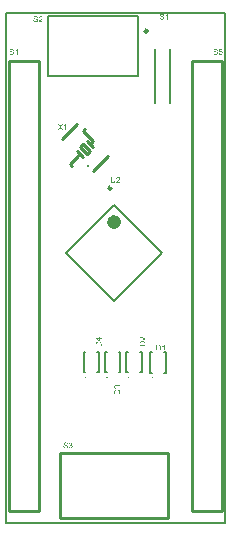
<source format=gto>
G04*
G04 #@! TF.GenerationSoftware,Altium Limited,Altium Designer,19.1.7 (138)*
G04*
G04 Layer_Color=65535*
%FSLAX44Y44*%
%MOMM*%
G71*
G01*
G75*
%ADD10C,0.1000*%
%ADD11C,0.2500*%
%ADD12C,0.6000*%
%ADD13C,0.2540*%
%ADD14C,0.2000*%
%ADD15C,0.2540*%
%ADD16C,0.1524*%
G36*
X30832Y-70598D02*
X32655Y-73152D01*
X31860D01*
X30628Y-71421D01*
X30621Y-71414D01*
X30607Y-71393D01*
X30593Y-71365D01*
X30565Y-71330D01*
X30502Y-71231D01*
X30431Y-71126D01*
X30424Y-71133D01*
X30403Y-71161D01*
X30375Y-71203D01*
X30340Y-71259D01*
X30262Y-71372D01*
X30227Y-71421D01*
X30199Y-71463D01*
X28968Y-73152D01*
X28194D01*
X30073Y-70633D01*
X28412Y-68283D01*
X29179D01*
X30066Y-69536D01*
Y-69543D01*
X30080Y-69550D01*
X30094Y-69571D01*
X30115Y-69599D01*
X30157Y-69669D01*
X30220Y-69754D01*
X30284Y-69852D01*
X30347Y-69951D01*
X30403Y-70042D01*
X30452Y-70127D01*
X30459Y-70113D01*
X30481Y-70084D01*
X30516Y-70028D01*
X30565Y-69958D01*
X30621Y-69880D01*
X30692Y-69782D01*
X30762Y-69683D01*
X30847Y-69578D01*
X31817Y-68283D01*
X32521D01*
X30832Y-70598D01*
D02*
G37*
G36*
X35237Y-73152D02*
X34639D01*
Y-69346D01*
X34632Y-69353D01*
X34597Y-69381D01*
X34554Y-69423D01*
X34484Y-69472D01*
X34407Y-69536D01*
X34308Y-69606D01*
X34195Y-69683D01*
X34069Y-69761D01*
X34062D01*
X34055Y-69768D01*
X34013Y-69796D01*
X33942Y-69831D01*
X33858Y-69873D01*
X33759Y-69923D01*
X33654Y-69972D01*
X33548Y-70021D01*
X33443Y-70063D01*
Y-69486D01*
X33450D01*
X33464Y-69472D01*
X33492Y-69465D01*
X33527Y-69444D01*
X33569Y-69423D01*
X33619Y-69395D01*
X33738Y-69324D01*
X33879Y-69247D01*
X34020Y-69149D01*
X34167Y-69036D01*
X34315Y-68916D01*
X34322Y-68909D01*
X34329Y-68902D01*
X34350Y-68881D01*
X34378Y-68860D01*
X34442Y-68790D01*
X34526Y-68705D01*
X34611Y-68607D01*
X34702Y-68494D01*
X34780Y-68382D01*
X34850Y-68262D01*
X35237D01*
Y-73152D01*
D02*
G37*
G36*
X76979Y-116055D02*
Y-116063D01*
Y-116091D01*
Y-116126D01*
Y-116175D01*
X76972Y-116238D01*
Y-116309D01*
X76965Y-116393D01*
X76958Y-116478D01*
X76937Y-116668D01*
X76909Y-116865D01*
X76867Y-117055D01*
X76839Y-117146D01*
X76811Y-117231D01*
Y-117238D01*
X76804Y-117252D01*
X76789Y-117273D01*
X76775Y-117301D01*
X76733Y-117378D01*
X76670Y-117477D01*
X76585Y-117589D01*
X76487Y-117702D01*
X76360Y-117822D01*
X76206Y-117927D01*
X76199D01*
X76184Y-117941D01*
X76163Y-117948D01*
X76128Y-117969D01*
X76086Y-117990D01*
X76030Y-118012D01*
X75973Y-118033D01*
X75903Y-118061D01*
X75826Y-118089D01*
X75741Y-118110D01*
X75650Y-118131D01*
X75544Y-118152D01*
X75439Y-118166D01*
X75326Y-118180D01*
X75073Y-118194D01*
X75009D01*
X74960Y-118187D01*
X74904D01*
X74834Y-118180D01*
X74756Y-118173D01*
X74679Y-118166D01*
X74503Y-118138D01*
X74313Y-118096D01*
X74130Y-118040D01*
X73954Y-117962D01*
X73947D01*
X73933Y-117948D01*
X73912Y-117934D01*
X73884Y-117920D01*
X73806Y-117864D01*
X73715Y-117786D01*
X73609Y-117688D01*
X73511Y-117575D01*
X73412Y-117435D01*
X73335Y-117280D01*
Y-117273D01*
X73328Y-117259D01*
X73321Y-117231D01*
X73307Y-117195D01*
X73293Y-117153D01*
X73279Y-117097D01*
X73257Y-117034D01*
X73243Y-116956D01*
X73229Y-116872D01*
X73208Y-116780D01*
X73194Y-116682D01*
X73180Y-116576D01*
X73166Y-116457D01*
X73159Y-116330D01*
X73152Y-116196D01*
Y-116055D01*
Y-113241D01*
X73799D01*
Y-116055D01*
Y-116063D01*
Y-116084D01*
Y-116119D01*
Y-116161D01*
X73806Y-116210D01*
Y-116274D01*
X73813Y-116407D01*
X73827Y-116562D01*
X73849Y-116717D01*
X73877Y-116865D01*
X73891Y-116928D01*
X73912Y-116991D01*
X73919Y-117005D01*
X73933Y-117041D01*
X73968Y-117090D01*
X74010Y-117160D01*
X74060Y-117231D01*
X74130Y-117308D01*
X74214Y-117385D01*
X74313Y-117449D01*
X74327Y-117456D01*
X74362Y-117477D01*
X74426Y-117498D01*
X74510Y-117526D01*
X74608Y-117561D01*
X74735Y-117582D01*
X74869Y-117603D01*
X75016Y-117611D01*
X75087D01*
X75129Y-117603D01*
X75192D01*
X75256Y-117596D01*
X75410Y-117568D01*
X75579Y-117533D01*
X75741Y-117477D01*
X75896Y-117399D01*
X75966Y-117350D01*
X76030Y-117294D01*
X76037Y-117287D01*
X76044Y-117280D01*
X76058Y-117259D01*
X76079Y-117231D01*
X76100Y-117188D01*
X76128Y-117146D01*
X76156Y-117083D01*
X76184Y-117020D01*
X76213Y-116942D01*
X76234Y-116851D01*
X76262Y-116745D01*
X76283Y-116632D01*
X76304Y-116506D01*
X76318Y-116372D01*
X76332Y-116217D01*
Y-116055D01*
Y-113241D01*
X76979D01*
Y-116055D01*
D02*
G37*
G36*
X79541Y-113227D02*
X79597Y-113234D01*
X79667Y-113241D01*
X79745Y-113255D01*
X79822Y-113269D01*
X80005Y-113319D01*
X80188Y-113389D01*
X80279Y-113431D01*
X80371Y-113480D01*
X80455Y-113544D01*
X80533Y-113614D01*
X80540Y-113621D01*
X80554Y-113628D01*
X80568Y-113656D01*
X80596Y-113685D01*
X80631Y-113720D01*
X80666Y-113769D01*
X80701Y-113818D01*
X80744Y-113882D01*
X80814Y-114015D01*
X80884Y-114184D01*
X80913Y-114269D01*
X80927Y-114367D01*
X80941Y-114466D01*
X80948Y-114571D01*
Y-114585D01*
Y-114620D01*
X80941Y-114677D01*
X80934Y-114754D01*
X80920Y-114838D01*
X80891Y-114937D01*
X80863Y-115042D01*
X80821Y-115148D01*
X80814Y-115162D01*
X80800Y-115197D01*
X80772Y-115253D01*
X80730Y-115331D01*
X80673Y-115415D01*
X80603Y-115521D01*
X80519Y-115626D01*
X80420Y-115746D01*
X80406Y-115760D01*
X80371Y-115802D01*
X80336Y-115837D01*
X80300Y-115873D01*
X80258Y-115915D01*
X80202Y-115971D01*
X80146Y-116027D01*
X80075Y-116091D01*
X80005Y-116161D01*
X79920Y-116238D01*
X79829Y-116316D01*
X79731Y-116407D01*
X79618Y-116499D01*
X79505Y-116597D01*
X79498Y-116604D01*
X79484Y-116618D01*
X79456Y-116639D01*
X79421Y-116668D01*
X79379Y-116710D01*
X79329Y-116752D01*
X79217Y-116844D01*
X79097Y-116949D01*
X78985Y-117055D01*
X78886Y-117146D01*
X78844Y-117181D01*
X78809Y-117217D01*
X78802Y-117224D01*
X78781Y-117245D01*
X78752Y-117273D01*
X78717Y-117315D01*
X78682Y-117364D01*
X78640Y-117414D01*
X78555Y-117533D01*
X80955D01*
Y-118110D01*
X77725D01*
Y-118103D01*
Y-118075D01*
Y-118033D01*
X77732Y-117976D01*
X77739Y-117913D01*
X77753Y-117843D01*
X77768Y-117772D01*
X77796Y-117695D01*
Y-117688D01*
X77803Y-117681D01*
X77817Y-117639D01*
X77845Y-117575D01*
X77887Y-117491D01*
X77943Y-117392D01*
X78014Y-117280D01*
X78091Y-117167D01*
X78190Y-117048D01*
Y-117041D01*
X78204Y-117034D01*
X78239Y-116991D01*
X78302Y-116928D01*
X78394Y-116837D01*
X78499Y-116731D01*
X78633Y-116604D01*
X78795Y-116464D01*
X78971Y-116316D01*
X78978Y-116309D01*
X79006Y-116288D01*
X79048Y-116252D01*
X79097Y-116210D01*
X79161Y-116154D01*
X79238Y-116091D01*
X79315Y-116020D01*
X79407Y-115943D01*
X79583Y-115774D01*
X79759Y-115605D01*
X79843Y-115521D01*
X79920Y-115436D01*
X79991Y-115359D01*
X80047Y-115282D01*
Y-115275D01*
X80061Y-115267D01*
X80075Y-115246D01*
X80089Y-115218D01*
X80139Y-115141D01*
X80195Y-115049D01*
X80244Y-114937D01*
X80293Y-114817D01*
X80322Y-114684D01*
X80336Y-114557D01*
Y-114550D01*
Y-114543D01*
X80329Y-114501D01*
X80322Y-114430D01*
X80300Y-114353D01*
X80272Y-114254D01*
X80223Y-114156D01*
X80160Y-114057D01*
X80075Y-113959D01*
X80061Y-113945D01*
X80026Y-113917D01*
X79977Y-113882D01*
X79899Y-113832D01*
X79801Y-113790D01*
X79688Y-113748D01*
X79555Y-113720D01*
X79407Y-113713D01*
X79365D01*
X79337Y-113720D01*
X79252Y-113727D01*
X79153Y-113748D01*
X79048Y-113776D01*
X78928Y-113825D01*
X78816Y-113889D01*
X78710Y-113973D01*
X78696Y-113987D01*
X78668Y-114022D01*
X78626Y-114079D01*
X78584Y-114163D01*
X78534Y-114261D01*
X78492Y-114388D01*
X78464Y-114529D01*
X78450Y-114691D01*
X77838Y-114627D01*
Y-114620D01*
X77845Y-114599D01*
Y-114564D01*
X77852Y-114515D01*
X77866Y-114458D01*
X77880Y-114395D01*
X77901Y-114318D01*
X77922Y-114240D01*
X77979Y-114072D01*
X78063Y-113903D01*
X78112Y-113818D01*
X78176Y-113734D01*
X78239Y-113656D01*
X78309Y-113586D01*
X78316Y-113579D01*
X78330Y-113572D01*
X78351Y-113551D01*
X78387Y-113530D01*
X78429Y-113502D01*
X78478Y-113473D01*
X78534Y-113438D01*
X78605Y-113403D01*
X78682Y-113368D01*
X78767Y-113333D01*
X78858Y-113305D01*
X78956Y-113276D01*
X79062Y-113255D01*
X79175Y-113234D01*
X79294Y-113227D01*
X79421Y-113220D01*
X79491D01*
X79541Y-113227D01*
D02*
G37*
G36*
X162053Y-4706D02*
X162103D01*
X162236Y-4720D01*
X162384Y-4741D01*
X162539Y-4776D01*
X162708Y-4818D01*
X162862Y-4875D01*
X162869D01*
X162884Y-4882D01*
X162905Y-4896D01*
X162933Y-4910D01*
X163003Y-4945D01*
X163095Y-5008D01*
X163200Y-5079D01*
X163306Y-5170D01*
X163404Y-5276D01*
X163496Y-5395D01*
Y-5402D01*
X163503Y-5409D01*
X163517Y-5430D01*
X163531Y-5452D01*
X163566Y-5522D01*
X163608Y-5613D01*
X163657Y-5726D01*
X163693Y-5860D01*
X163728Y-6000D01*
X163742Y-6155D01*
X163123Y-6205D01*
Y-6197D01*
Y-6183D01*
X163116Y-6162D01*
X163109Y-6127D01*
X163088Y-6050D01*
X163060Y-5944D01*
X163017Y-5832D01*
X162954Y-5719D01*
X162876Y-5613D01*
X162778Y-5515D01*
X162764Y-5508D01*
X162729Y-5480D01*
X162658Y-5438D01*
X162567Y-5395D01*
X162447Y-5353D01*
X162307Y-5311D01*
X162131Y-5283D01*
X161934Y-5276D01*
X161835D01*
X161793Y-5283D01*
X161737Y-5290D01*
X161610Y-5304D01*
X161469Y-5332D01*
X161329Y-5367D01*
X161195Y-5423D01*
X161139Y-5459D01*
X161082Y-5494D01*
X161068Y-5501D01*
X161040Y-5529D01*
X160998Y-5578D01*
X160956Y-5635D01*
X160907Y-5712D01*
X160864Y-5796D01*
X160836Y-5895D01*
X160822Y-6008D01*
Y-6022D01*
Y-6050D01*
X160829Y-6099D01*
X160843Y-6155D01*
X160864Y-6226D01*
X160900Y-6296D01*
X160942Y-6366D01*
X161005Y-6437D01*
X161012Y-6444D01*
X161047Y-6465D01*
X161075Y-6486D01*
X161103Y-6500D01*
X161146Y-6521D01*
X161195Y-6549D01*
X161258Y-6570D01*
X161329Y-6599D01*
X161406Y-6627D01*
X161497Y-6662D01*
X161596Y-6690D01*
X161709Y-6725D01*
X161835Y-6753D01*
X161976Y-6788D01*
X161983D01*
X162011Y-6795D01*
X162053Y-6802D01*
X162103Y-6817D01*
X162166Y-6831D01*
X162243Y-6852D01*
X162321Y-6873D01*
X162405Y-6894D01*
X162588Y-6943D01*
X162764Y-6992D01*
X162848Y-7021D01*
X162926Y-7049D01*
X162996Y-7070D01*
X163052Y-7098D01*
X163060D01*
X163074Y-7105D01*
X163095Y-7119D01*
X163123Y-7133D01*
X163200Y-7175D01*
X163292Y-7232D01*
X163397Y-7309D01*
X163503Y-7394D01*
X163601Y-7492D01*
X163686Y-7598D01*
X163693Y-7612D01*
X163721Y-7647D01*
X163749Y-7710D01*
X163791Y-7794D01*
X163826Y-7893D01*
X163862Y-8013D01*
X163883Y-8146D01*
X163890Y-8287D01*
Y-8294D01*
Y-8301D01*
Y-8322D01*
Y-8350D01*
X163876Y-8428D01*
X163862Y-8526D01*
X163833Y-8639D01*
X163798Y-8759D01*
X163742Y-8885D01*
X163664Y-9019D01*
Y-9026D01*
X163657Y-9033D01*
X163622Y-9075D01*
X163573Y-9138D01*
X163503Y-9209D01*
X163411Y-9293D01*
X163299Y-9385D01*
X163172Y-9469D01*
X163024Y-9546D01*
X163017D01*
X163003Y-9553D01*
X162982Y-9560D01*
X162954Y-9575D01*
X162912Y-9589D01*
X162862Y-9610D01*
X162750Y-9638D01*
X162616Y-9673D01*
X162454Y-9708D01*
X162278Y-9729D01*
X162089Y-9736D01*
X161976D01*
X161920Y-9729D01*
X161856D01*
X161786Y-9722D01*
X161702Y-9715D01*
X161526Y-9687D01*
X161343Y-9659D01*
X161160Y-9610D01*
X160984Y-9546D01*
X160977D01*
X160963Y-9539D01*
X160942Y-9525D01*
X160914Y-9511D01*
X160829Y-9469D01*
X160731Y-9406D01*
X160618Y-9321D01*
X160498Y-9223D01*
X160386Y-9103D01*
X160280Y-8970D01*
Y-8963D01*
X160266Y-8948D01*
X160259Y-8927D01*
X160238Y-8899D01*
X160224Y-8864D01*
X160203Y-8822D01*
X160154Y-8716D01*
X160104Y-8583D01*
X160062Y-8435D01*
X160034Y-8266D01*
X160020Y-8090D01*
X160625Y-8034D01*
Y-8041D01*
Y-8048D01*
X160632Y-8069D01*
Y-8097D01*
X160646Y-8160D01*
X160667Y-8252D01*
X160695Y-8343D01*
X160724Y-8449D01*
X160773Y-8547D01*
X160822Y-8639D01*
X160829Y-8646D01*
X160850Y-8674D01*
X160885Y-8723D01*
X160942Y-8773D01*
X161012Y-8836D01*
X161089Y-8899D01*
X161195Y-8963D01*
X161308Y-9019D01*
X161315D01*
X161322Y-9026D01*
X161343Y-9033D01*
X161364Y-9040D01*
X161434Y-9061D01*
X161526Y-9089D01*
X161638Y-9117D01*
X161765Y-9138D01*
X161906Y-9153D01*
X162060Y-9160D01*
X162124D01*
X162194Y-9153D01*
X162278Y-9145D01*
X162377Y-9131D01*
X162490Y-9117D01*
X162602Y-9089D01*
X162708Y-9054D01*
X162722Y-9047D01*
X162757Y-9033D01*
X162806Y-9005D01*
X162869Y-8977D01*
X162933Y-8927D01*
X163003Y-8878D01*
X163074Y-8822D01*
X163130Y-8751D01*
X163137Y-8744D01*
X163151Y-8716D01*
X163172Y-8681D01*
X163200Y-8625D01*
X163228Y-8569D01*
X163249Y-8498D01*
X163263Y-8421D01*
X163270Y-8336D01*
Y-8329D01*
Y-8294D01*
X163263Y-8252D01*
X163256Y-8196D01*
X163235Y-8139D01*
X163214Y-8069D01*
X163179Y-7999D01*
X163130Y-7935D01*
X163123Y-7928D01*
X163102Y-7907D01*
X163074Y-7879D01*
X163024Y-7837D01*
X162968Y-7794D01*
X162891Y-7745D01*
X162799Y-7696D01*
X162694Y-7654D01*
X162687Y-7647D01*
X162651Y-7640D01*
X162595Y-7619D01*
X162560Y-7612D01*
X162511Y-7598D01*
X162461Y-7576D01*
X162398Y-7562D01*
X162328Y-7541D01*
X162243Y-7520D01*
X162159Y-7499D01*
X162060Y-7471D01*
X161948Y-7443D01*
X161828Y-7415D01*
X161821D01*
X161800Y-7408D01*
X161765Y-7401D01*
X161723Y-7387D01*
X161666Y-7372D01*
X161603Y-7358D01*
X161462Y-7316D01*
X161308Y-7267D01*
X161146Y-7218D01*
X161005Y-7168D01*
X160942Y-7140D01*
X160885Y-7112D01*
X160878D01*
X160871Y-7105D01*
X160829Y-7077D01*
X160766Y-7042D01*
X160695Y-6985D01*
X160611Y-6922D01*
X160527Y-6845D01*
X160442Y-6753D01*
X160372Y-6655D01*
X160365Y-6641D01*
X160344Y-6605D01*
X160315Y-6549D01*
X160287Y-6479D01*
X160259Y-6387D01*
X160231Y-6282D01*
X160210Y-6169D01*
X160203Y-6050D01*
Y-6043D01*
Y-6036D01*
Y-6015D01*
Y-5986D01*
X160217Y-5916D01*
X160231Y-5824D01*
X160252Y-5719D01*
X160287Y-5599D01*
X160337Y-5480D01*
X160407Y-5360D01*
Y-5353D01*
X160414Y-5346D01*
X160449Y-5304D01*
X160498Y-5248D01*
X160562Y-5177D01*
X160646Y-5100D01*
X160752Y-5015D01*
X160878Y-4938D01*
X161019Y-4868D01*
X161026D01*
X161040Y-4861D01*
X161061Y-4854D01*
X161089Y-4839D01*
X161125Y-4825D01*
X161174Y-4811D01*
X161279Y-4783D01*
X161413Y-4755D01*
X161568Y-4727D01*
X161730Y-4706D01*
X161913Y-4699D01*
X162004D01*
X162053Y-4706D01*
D02*
G37*
G36*
X167527Y-5416D02*
X165578D01*
X165318Y-6732D01*
X165325Y-6725D01*
X165339Y-6718D01*
X165360Y-6704D01*
X165395Y-6683D01*
X165438Y-6662D01*
X165487Y-6634D01*
X165599Y-6577D01*
X165740Y-6521D01*
X165895Y-6472D01*
X166064Y-6437D01*
X166148Y-6423D01*
X166303D01*
X166345Y-6430D01*
X166402Y-6437D01*
X166465Y-6444D01*
X166535Y-6458D01*
X166612Y-6479D01*
X166781Y-6528D01*
X166873Y-6563D01*
X166964Y-6612D01*
X167056Y-6662D01*
X167147Y-6718D01*
X167232Y-6788D01*
X167316Y-6866D01*
X167323Y-6873D01*
X167337Y-6887D01*
X167358Y-6908D01*
X167386Y-6943D01*
X167422Y-6992D01*
X167457Y-7042D01*
X167499Y-7105D01*
X167541Y-7175D01*
X167576Y-7253D01*
X167619Y-7337D01*
X167654Y-7436D01*
X167689Y-7534D01*
X167717Y-7640D01*
X167738Y-7759D01*
X167752Y-7879D01*
X167759Y-8006D01*
Y-8013D01*
Y-8034D01*
Y-8069D01*
X167752Y-8118D01*
X167745Y-8174D01*
X167738Y-8238D01*
X167724Y-8315D01*
X167710Y-8393D01*
X167668Y-8576D01*
X167598Y-8766D01*
X167555Y-8864D01*
X167499Y-8956D01*
X167443Y-9054D01*
X167372Y-9145D01*
X167365Y-9153D01*
X167351Y-9174D01*
X167323Y-9202D01*
X167288Y-9237D01*
X167239Y-9279D01*
X167182Y-9335D01*
X167112Y-9385D01*
X167035Y-9441D01*
X166950Y-9497D01*
X166852Y-9546D01*
X166746Y-9596D01*
X166634Y-9645D01*
X166514Y-9680D01*
X166380Y-9708D01*
X166240Y-9729D01*
X166092Y-9736D01*
X166029D01*
X165979Y-9729D01*
X165923Y-9722D01*
X165860Y-9715D01*
X165782Y-9708D01*
X165705Y-9687D01*
X165529Y-9645D01*
X165353Y-9582D01*
X165262Y-9539D01*
X165170Y-9490D01*
X165086Y-9434D01*
X165001Y-9371D01*
X164994Y-9363D01*
X164980Y-9356D01*
X164966Y-9328D01*
X164938Y-9300D01*
X164903Y-9265D01*
X164868Y-9223D01*
X164825Y-9166D01*
X164790Y-9103D01*
X164748Y-9040D01*
X164706Y-8963D01*
X164628Y-8794D01*
X164565Y-8597D01*
X164544Y-8491D01*
X164530Y-8378D01*
X165156Y-8329D01*
Y-8336D01*
Y-8350D01*
X165163Y-8371D01*
X165170Y-8407D01*
X165191Y-8484D01*
X165219Y-8590D01*
X165262Y-8695D01*
X165318Y-8815D01*
X165388Y-8920D01*
X165473Y-9019D01*
X165487Y-9026D01*
X165515Y-9054D01*
X165571Y-9089D01*
X165649Y-9131D01*
X165733Y-9174D01*
X165839Y-9209D01*
X165958Y-9237D01*
X166092Y-9244D01*
X166134D01*
X166162Y-9237D01*
X166247Y-9230D01*
X166345Y-9202D01*
X166465Y-9166D01*
X166584Y-9110D01*
X166711Y-9026D01*
X166767Y-8977D01*
X166824Y-8920D01*
X166831Y-8913D01*
X166838Y-8906D01*
X166852Y-8885D01*
X166873Y-8864D01*
X166922Y-8787D01*
X166978Y-8688D01*
X167028Y-8569D01*
X167077Y-8421D01*
X167112Y-8245D01*
X167126Y-8153D01*
Y-8055D01*
Y-8048D01*
Y-8034D01*
Y-8006D01*
X167119Y-7970D01*
Y-7928D01*
X167112Y-7879D01*
X167091Y-7766D01*
X167056Y-7633D01*
X167006Y-7499D01*
X166936Y-7372D01*
X166838Y-7253D01*
Y-7246D01*
X166824Y-7239D01*
X166788Y-7204D01*
X166725Y-7154D01*
X166641Y-7098D01*
X166528Y-7049D01*
X166402Y-6999D01*
X166254Y-6964D01*
X166169Y-6950D01*
X166036D01*
X165979Y-6957D01*
X165909Y-6964D01*
X165825Y-6985D01*
X165740Y-7006D01*
X165649Y-7042D01*
X165557Y-7084D01*
X165550Y-7091D01*
X165522Y-7105D01*
X165480Y-7140D01*
X165424Y-7175D01*
X165367Y-7225D01*
X165311Y-7288D01*
X165248Y-7351D01*
X165198Y-7429D01*
X164636Y-7351D01*
X165107Y-4846D01*
X167527D01*
Y-5416D01*
D02*
G37*
G36*
X-10667Y-4706D02*
X-10617D01*
X-10484Y-4720D01*
X-10336Y-4741D01*
X-10181Y-4776D01*
X-10012Y-4818D01*
X-9858Y-4875D01*
X-9851D01*
X-9836Y-4882D01*
X-9815Y-4896D01*
X-9787Y-4910D01*
X-9717Y-4945D01*
X-9625Y-5008D01*
X-9520Y-5079D01*
X-9414Y-5170D01*
X-9316Y-5276D01*
X-9224Y-5395D01*
Y-5402D01*
X-9217Y-5409D01*
X-9203Y-5430D01*
X-9189Y-5452D01*
X-9154Y-5522D01*
X-9112Y-5613D01*
X-9062Y-5726D01*
X-9027Y-5860D01*
X-8992Y-6000D01*
X-8978Y-6155D01*
X-9597Y-6205D01*
Y-6197D01*
Y-6183D01*
X-9604Y-6162D01*
X-9611Y-6127D01*
X-9632Y-6050D01*
X-9661Y-5944D01*
X-9703Y-5832D01*
X-9766Y-5719D01*
X-9844Y-5613D01*
X-9942Y-5515D01*
X-9956Y-5508D01*
X-9991Y-5480D01*
X-10062Y-5438D01*
X-10153Y-5395D01*
X-10273Y-5353D01*
X-10413Y-5311D01*
X-10589Y-5283D01*
X-10786Y-5276D01*
X-10885D01*
X-10927Y-5283D01*
X-10983Y-5290D01*
X-11110Y-5304D01*
X-11251Y-5332D01*
X-11391Y-5367D01*
X-11525Y-5423D01*
X-11581Y-5459D01*
X-11638Y-5494D01*
X-11652Y-5501D01*
X-11680Y-5529D01*
X-11722Y-5578D01*
X-11764Y-5635D01*
X-11813Y-5712D01*
X-11856Y-5796D01*
X-11884Y-5895D01*
X-11898Y-6008D01*
Y-6022D01*
Y-6050D01*
X-11891Y-6099D01*
X-11877Y-6155D01*
X-11856Y-6226D01*
X-11820Y-6296D01*
X-11778Y-6366D01*
X-11715Y-6437D01*
X-11708Y-6444D01*
X-11673Y-6465D01*
X-11645Y-6486D01*
X-11616Y-6500D01*
X-11574Y-6521D01*
X-11525Y-6549D01*
X-11462Y-6570D01*
X-11391Y-6599D01*
X-11314Y-6627D01*
X-11222Y-6662D01*
X-11124Y-6690D01*
X-11011Y-6725D01*
X-10885Y-6753D01*
X-10744Y-6788D01*
X-10737D01*
X-10709Y-6795D01*
X-10667Y-6802D01*
X-10617Y-6817D01*
X-10554Y-6831D01*
X-10477Y-6852D01*
X-10399Y-6873D01*
X-10315Y-6894D01*
X-10132Y-6943D01*
X-9956Y-6992D01*
X-9872Y-7021D01*
X-9794Y-7049D01*
X-9724Y-7070D01*
X-9668Y-7098D01*
X-9661D01*
X-9646Y-7105D01*
X-9625Y-7119D01*
X-9597Y-7133D01*
X-9520Y-7175D01*
X-9428Y-7232D01*
X-9323Y-7309D01*
X-9217Y-7394D01*
X-9119Y-7492D01*
X-9034Y-7598D01*
X-9027Y-7612D01*
X-8999Y-7647D01*
X-8971Y-7710D01*
X-8929Y-7794D01*
X-8894Y-7893D01*
X-8859Y-8013D01*
X-8837Y-8146D01*
X-8830Y-8287D01*
Y-8294D01*
Y-8301D01*
Y-8322D01*
Y-8350D01*
X-8844Y-8428D01*
X-8859Y-8526D01*
X-8887Y-8639D01*
X-8922Y-8759D01*
X-8978Y-8885D01*
X-9056Y-9019D01*
Y-9026D01*
X-9062Y-9033D01*
X-9098Y-9075D01*
X-9147Y-9138D01*
X-9217Y-9209D01*
X-9309Y-9293D01*
X-9421Y-9385D01*
X-9548Y-9469D01*
X-9696Y-9546D01*
X-9703D01*
X-9717Y-9553D01*
X-9738Y-9560D01*
X-9766Y-9575D01*
X-9808Y-9589D01*
X-9858Y-9610D01*
X-9970Y-9638D01*
X-10104Y-9673D01*
X-10266Y-9708D01*
X-10441Y-9729D01*
X-10632Y-9736D01*
X-10744D01*
X-10800Y-9729D01*
X-10864D01*
X-10934Y-9722D01*
X-11018Y-9715D01*
X-11194Y-9687D01*
X-11377Y-9659D01*
X-11560Y-9610D01*
X-11736Y-9546D01*
X-11743D01*
X-11757Y-9539D01*
X-11778Y-9525D01*
X-11806Y-9511D01*
X-11891Y-9469D01*
X-11989Y-9406D01*
X-12102Y-9321D01*
X-12222Y-9223D01*
X-12334Y-9103D01*
X-12440Y-8970D01*
Y-8963D01*
X-12454Y-8948D01*
X-12461Y-8927D01*
X-12482Y-8899D01*
X-12496Y-8864D01*
X-12517Y-8822D01*
X-12566Y-8716D01*
X-12616Y-8583D01*
X-12658Y-8435D01*
X-12686Y-8266D01*
X-12700Y-8090D01*
X-12095Y-8034D01*
Y-8041D01*
Y-8048D01*
X-12088Y-8069D01*
Y-8097D01*
X-12074Y-8160D01*
X-12053Y-8252D01*
X-12025Y-8343D01*
X-11996Y-8449D01*
X-11947Y-8547D01*
X-11898Y-8639D01*
X-11891Y-8646D01*
X-11870Y-8674D01*
X-11835Y-8723D01*
X-11778Y-8773D01*
X-11708Y-8836D01*
X-11631Y-8899D01*
X-11525Y-8963D01*
X-11412Y-9019D01*
X-11405D01*
X-11398Y-9026D01*
X-11377Y-9033D01*
X-11356Y-9040D01*
X-11286Y-9061D01*
X-11194Y-9089D01*
X-11082Y-9117D01*
X-10955Y-9138D01*
X-10814Y-9153D01*
X-10660Y-9160D01*
X-10596D01*
X-10526Y-9153D01*
X-10441Y-9145D01*
X-10343Y-9131D01*
X-10230Y-9117D01*
X-10118Y-9089D01*
X-10012Y-9054D01*
X-9998Y-9047D01*
X-9963Y-9033D01*
X-9914Y-9005D01*
X-9851Y-8977D01*
X-9787Y-8927D01*
X-9717Y-8878D01*
X-9646Y-8822D01*
X-9590Y-8751D01*
X-9583Y-8744D01*
X-9569Y-8716D01*
X-9548Y-8681D01*
X-9520Y-8625D01*
X-9492Y-8569D01*
X-9471Y-8498D01*
X-9456Y-8421D01*
X-9449Y-8336D01*
Y-8329D01*
Y-8294D01*
X-9456Y-8252D01*
X-9463Y-8196D01*
X-9485Y-8139D01*
X-9506Y-8069D01*
X-9541Y-7999D01*
X-9590Y-7935D01*
X-9597Y-7928D01*
X-9618Y-7907D01*
X-9646Y-7879D01*
X-9696Y-7837D01*
X-9752Y-7794D01*
X-9829Y-7745D01*
X-9921Y-7696D01*
X-10026Y-7654D01*
X-10033Y-7647D01*
X-10069Y-7640D01*
X-10125Y-7619D01*
X-10160Y-7612D01*
X-10209Y-7598D01*
X-10259Y-7576D01*
X-10322Y-7562D01*
X-10392Y-7541D01*
X-10477Y-7520D01*
X-10561Y-7499D01*
X-10660Y-7471D01*
X-10772Y-7443D01*
X-10892Y-7415D01*
X-10899D01*
X-10920Y-7408D01*
X-10955Y-7401D01*
X-10997Y-7387D01*
X-11054Y-7372D01*
X-11117Y-7358D01*
X-11258Y-7316D01*
X-11412Y-7267D01*
X-11574Y-7218D01*
X-11715Y-7168D01*
X-11778Y-7140D01*
X-11835Y-7112D01*
X-11842D01*
X-11849Y-7105D01*
X-11891Y-7077D01*
X-11954Y-7042D01*
X-12025Y-6985D01*
X-12109Y-6922D01*
X-12193Y-6845D01*
X-12278Y-6753D01*
X-12348Y-6655D01*
X-12355Y-6641D01*
X-12376Y-6605D01*
X-12405Y-6549D01*
X-12433Y-6479D01*
X-12461Y-6387D01*
X-12489Y-6282D01*
X-12510Y-6169D01*
X-12517Y-6050D01*
Y-6043D01*
Y-6036D01*
Y-6015D01*
Y-5986D01*
X-12503Y-5916D01*
X-12489Y-5824D01*
X-12468Y-5719D01*
X-12433Y-5599D01*
X-12383Y-5480D01*
X-12313Y-5360D01*
Y-5353D01*
X-12306Y-5346D01*
X-12271Y-5304D01*
X-12222Y-5248D01*
X-12158Y-5177D01*
X-12074Y-5100D01*
X-11968Y-5015D01*
X-11842Y-4938D01*
X-11701Y-4868D01*
X-11694D01*
X-11680Y-4861D01*
X-11659Y-4854D01*
X-11631Y-4839D01*
X-11595Y-4825D01*
X-11546Y-4811D01*
X-11441Y-4783D01*
X-11307Y-4755D01*
X-11152Y-4727D01*
X-10990Y-4706D01*
X-10807Y-4699D01*
X-10716D01*
X-10667Y-4706D01*
D02*
G37*
G36*
X-5678Y-7935D02*
X-5017D01*
Y-8484D01*
X-5678D01*
Y-9652D01*
X-6276D01*
Y-8484D01*
X-8394D01*
Y-7935D01*
X-6164Y-4783D01*
X-5678D01*
Y-7935D01*
D02*
G37*
G36*
X35053Y-337954D02*
X35103D01*
X35236Y-337968D01*
X35384Y-337989D01*
X35539Y-338024D01*
X35708Y-338066D01*
X35863Y-338123D01*
X35870D01*
X35884Y-338130D01*
X35905Y-338144D01*
X35933Y-338158D01*
X36003Y-338193D01*
X36095Y-338256D01*
X36200Y-338327D01*
X36306Y-338418D01*
X36404Y-338524D01*
X36496Y-338643D01*
Y-338650D01*
X36503Y-338657D01*
X36517Y-338679D01*
X36531Y-338700D01*
X36566Y-338770D01*
X36608Y-338862D01*
X36658Y-338974D01*
X36693Y-339108D01*
X36728Y-339248D01*
X36742Y-339403D01*
X36123Y-339453D01*
Y-339445D01*
Y-339431D01*
X36116Y-339410D01*
X36109Y-339375D01*
X36088Y-339298D01*
X36060Y-339192D01*
X36017Y-339080D01*
X35954Y-338967D01*
X35877Y-338862D01*
X35778Y-338763D01*
X35764Y-338756D01*
X35729Y-338728D01*
X35658Y-338686D01*
X35567Y-338643D01*
X35447Y-338601D01*
X35307Y-338559D01*
X35131Y-338531D01*
X34934Y-338524D01*
X34835D01*
X34793Y-338531D01*
X34737Y-338538D01*
X34610Y-338552D01*
X34469Y-338580D01*
X34329Y-338615D01*
X34195Y-338671D01*
X34139Y-338707D01*
X34082Y-338742D01*
X34068Y-338749D01*
X34040Y-338777D01*
X33998Y-338826D01*
X33956Y-338883D01*
X33907Y-338960D01*
X33864Y-339044D01*
X33836Y-339143D01*
X33822Y-339255D01*
Y-339269D01*
Y-339298D01*
X33829Y-339347D01*
X33843Y-339403D01*
X33864Y-339474D01*
X33900Y-339544D01*
X33942Y-339614D01*
X34005Y-339685D01*
X34012Y-339692D01*
X34047Y-339713D01*
X34075Y-339734D01*
X34104Y-339748D01*
X34146Y-339769D01*
X34195Y-339797D01*
X34258Y-339818D01*
X34329Y-339846D01*
X34406Y-339875D01*
X34497Y-339910D01*
X34596Y-339938D01*
X34709Y-339973D01*
X34835Y-340001D01*
X34976Y-340036D01*
X34983D01*
X35011Y-340043D01*
X35053Y-340051D01*
X35103Y-340065D01*
X35166Y-340079D01*
X35243Y-340100D01*
X35321Y-340121D01*
X35405Y-340142D01*
X35588Y-340191D01*
X35764Y-340241D01*
X35848Y-340269D01*
X35926Y-340297D01*
X35996Y-340318D01*
X36052Y-340346D01*
X36060D01*
X36074Y-340353D01*
X36095Y-340367D01*
X36123Y-340381D01*
X36200Y-340423D01*
X36292Y-340480D01*
X36397Y-340557D01*
X36503Y-340642D01*
X36601Y-340740D01*
X36686Y-340845D01*
X36693Y-340860D01*
X36721Y-340895D01*
X36749Y-340958D01*
X36791Y-341043D01*
X36826Y-341141D01*
X36862Y-341261D01*
X36883Y-341394D01*
X36890Y-341535D01*
Y-341542D01*
Y-341549D01*
Y-341570D01*
Y-341598D01*
X36876Y-341676D01*
X36862Y-341774D01*
X36833Y-341887D01*
X36798Y-342006D01*
X36742Y-342133D01*
X36665Y-342267D01*
Y-342274D01*
X36658Y-342281D01*
X36622Y-342323D01*
X36573Y-342386D01*
X36503Y-342457D01*
X36411Y-342541D01*
X36299Y-342633D01*
X36172Y-342717D01*
X36024Y-342794D01*
X36017D01*
X36003Y-342802D01*
X35982Y-342808D01*
X35954Y-342823D01*
X35912Y-342837D01*
X35863Y-342858D01*
X35750Y-342886D01*
X35616Y-342921D01*
X35454Y-342956D01*
X35278Y-342977D01*
X35089Y-342984D01*
X34976D01*
X34920Y-342977D01*
X34856D01*
X34786Y-342970D01*
X34702Y-342963D01*
X34526Y-342935D01*
X34343Y-342907D01*
X34160Y-342858D01*
X33984Y-342794D01*
X33977D01*
X33963Y-342787D01*
X33942Y-342773D01*
X33914Y-342759D01*
X33829Y-342717D01*
X33731Y-342654D01*
X33618Y-342569D01*
X33498Y-342471D01*
X33386Y-342351D01*
X33280Y-342217D01*
Y-342211D01*
X33266Y-342196D01*
X33259Y-342175D01*
X33238Y-342147D01*
X33224Y-342112D01*
X33203Y-342070D01*
X33154Y-341964D01*
X33104Y-341831D01*
X33062Y-341683D01*
X33034Y-341514D01*
X33020Y-341338D01*
X33625Y-341282D01*
Y-341289D01*
Y-341296D01*
X33632Y-341317D01*
Y-341345D01*
X33646Y-341408D01*
X33667Y-341500D01*
X33695Y-341591D01*
X33724Y-341697D01*
X33773Y-341795D01*
X33822Y-341887D01*
X33829Y-341894D01*
X33850Y-341922D01*
X33885Y-341971D01*
X33942Y-342020D01*
X34012Y-342084D01*
X34089Y-342147D01*
X34195Y-342211D01*
X34308Y-342267D01*
X34315D01*
X34322Y-342274D01*
X34343Y-342281D01*
X34364Y-342288D01*
X34434Y-342309D01*
X34526Y-342337D01*
X34638Y-342365D01*
X34765Y-342386D01*
X34906Y-342401D01*
X35060Y-342407D01*
X35124D01*
X35194Y-342401D01*
X35278Y-342393D01*
X35377Y-342379D01*
X35490Y-342365D01*
X35602Y-342337D01*
X35708Y-342302D01*
X35722Y-342295D01*
X35757Y-342281D01*
X35806Y-342253D01*
X35870Y-342225D01*
X35933Y-342175D01*
X36003Y-342126D01*
X36074Y-342070D01*
X36130Y-341999D01*
X36137Y-341992D01*
X36151Y-341964D01*
X36172Y-341929D01*
X36200Y-341873D01*
X36228Y-341816D01*
X36249Y-341746D01*
X36263Y-341669D01*
X36270Y-341584D01*
Y-341577D01*
Y-341542D01*
X36263Y-341500D01*
X36256Y-341444D01*
X36235Y-341387D01*
X36214Y-341317D01*
X36179Y-341247D01*
X36130Y-341183D01*
X36123Y-341176D01*
X36102Y-341155D01*
X36074Y-341127D01*
X36024Y-341085D01*
X35968Y-341043D01*
X35891Y-340993D01*
X35799Y-340944D01*
X35694Y-340902D01*
X35687Y-340895D01*
X35651Y-340888D01*
X35595Y-340867D01*
X35560Y-340860D01*
X35511Y-340845D01*
X35461Y-340824D01*
X35398Y-340810D01*
X35328Y-340789D01*
X35243Y-340768D01*
X35159Y-340747D01*
X35060Y-340719D01*
X34948Y-340691D01*
X34828Y-340663D01*
X34821D01*
X34800Y-340656D01*
X34765Y-340648D01*
X34723Y-340634D01*
X34666Y-340620D01*
X34603Y-340606D01*
X34462Y-340564D01*
X34308Y-340515D01*
X34146Y-340466D01*
X34005Y-340416D01*
X33942Y-340388D01*
X33885Y-340360D01*
X33878D01*
X33871Y-340353D01*
X33829Y-340325D01*
X33766Y-340290D01*
X33695Y-340233D01*
X33611Y-340170D01*
X33527Y-340093D01*
X33442Y-340001D01*
X33372Y-339903D01*
X33365Y-339889D01*
X33344Y-339854D01*
X33315Y-339797D01*
X33287Y-339727D01*
X33259Y-339635D01*
X33231Y-339530D01*
X33210Y-339417D01*
X33203Y-339298D01*
Y-339291D01*
Y-339284D01*
Y-339263D01*
Y-339234D01*
X33217Y-339164D01*
X33231Y-339072D01*
X33252Y-338967D01*
X33287Y-338847D01*
X33337Y-338728D01*
X33407Y-338608D01*
Y-338601D01*
X33414Y-338594D01*
X33449Y-338552D01*
X33498Y-338496D01*
X33562Y-338425D01*
X33646Y-338348D01*
X33752Y-338263D01*
X33878Y-338186D01*
X34019Y-338116D01*
X34026D01*
X34040Y-338109D01*
X34061Y-338102D01*
X34089Y-338088D01*
X34125Y-338073D01*
X34174Y-338059D01*
X34279Y-338031D01*
X34413Y-338003D01*
X34568Y-337975D01*
X34730Y-337954D01*
X34913Y-337947D01*
X35004D01*
X35053Y-337954D01*
D02*
G37*
G36*
X39204Y-338017D02*
X39296Y-338031D01*
X39409Y-338052D01*
X39535Y-338088D01*
X39662Y-338130D01*
X39788Y-338186D01*
X39795D01*
X39802Y-338193D01*
X39845Y-338214D01*
X39908Y-338256D01*
X39978Y-338306D01*
X40063Y-338376D01*
X40147Y-338453D01*
X40232Y-338545D01*
X40302Y-338650D01*
X40309Y-338664D01*
X40330Y-338700D01*
X40358Y-338763D01*
X40394Y-338840D01*
X40429Y-338932D01*
X40457Y-339037D01*
X40478Y-339157D01*
X40485Y-339277D01*
Y-339291D01*
Y-339333D01*
X40478Y-339389D01*
X40464Y-339467D01*
X40443Y-339558D01*
X40408Y-339656D01*
X40365Y-339755D01*
X40309Y-339854D01*
X40302Y-339868D01*
X40281Y-339896D01*
X40239Y-339945D01*
X40182Y-340001D01*
X40112Y-340065D01*
X40028Y-340135D01*
X39929Y-340198D01*
X39810Y-340262D01*
X39817D01*
X39831Y-340269D01*
X39852Y-340276D01*
X39880Y-340283D01*
X39957Y-340311D01*
X40056Y-340353D01*
X40168Y-340409D01*
X40281Y-340480D01*
X40387Y-340571D01*
X40485Y-340677D01*
X40492Y-340691D01*
X40520Y-340733D01*
X40562Y-340803D01*
X40605Y-340895D01*
X40647Y-341007D01*
X40689Y-341141D01*
X40717Y-341296D01*
X40724Y-341465D01*
Y-341472D01*
Y-341493D01*
Y-341528D01*
X40717Y-341570D01*
X40710Y-341627D01*
X40696Y-341690D01*
X40682Y-341760D01*
X40668Y-341838D01*
X40612Y-342006D01*
X40569Y-342098D01*
X40527Y-342182D01*
X40471Y-342274D01*
X40408Y-342365D01*
X40337Y-342457D01*
X40253Y-342541D01*
X40246Y-342548D01*
X40232Y-342562D01*
X40204Y-342583D01*
X40168Y-342612D01*
X40126Y-342647D01*
X40070Y-342682D01*
X40006Y-342724D01*
X39929Y-342759D01*
X39852Y-342802D01*
X39760Y-342844D01*
X39669Y-342879D01*
X39563Y-342914D01*
X39451Y-342942D01*
X39331Y-342963D01*
X39211Y-342977D01*
X39078Y-342984D01*
X39014D01*
X38972Y-342977D01*
X38916Y-342970D01*
X38853Y-342963D01*
X38782Y-342949D01*
X38705Y-342935D01*
X38536Y-342893D01*
X38360Y-342823D01*
X38269Y-342780D01*
X38184Y-342731D01*
X38100Y-342668D01*
X38015Y-342604D01*
X38008Y-342598D01*
X37994Y-342583D01*
X37973Y-342562D01*
X37952Y-342534D01*
X37917Y-342499D01*
X37882Y-342450D01*
X37840Y-342401D01*
X37797Y-342337D01*
X37755Y-342267D01*
X37713Y-342196D01*
X37636Y-342028D01*
X37572Y-341831D01*
X37551Y-341725D01*
X37537Y-341612D01*
X38135Y-341535D01*
Y-341542D01*
X38142Y-341556D01*
X38149Y-341584D01*
X38156Y-341619D01*
X38163Y-341662D01*
X38177Y-341711D01*
X38212Y-341816D01*
X38262Y-341943D01*
X38325Y-342063D01*
X38395Y-342175D01*
X38480Y-342274D01*
X38494Y-342281D01*
X38522Y-342309D01*
X38578Y-342344D01*
X38649Y-342379D01*
X38733Y-342422D01*
X38839Y-342457D01*
X38958Y-342485D01*
X39085Y-342492D01*
X39127D01*
X39155Y-342485D01*
X39233Y-342478D01*
X39331Y-342457D01*
X39444Y-342422D01*
X39563Y-342372D01*
X39683Y-342302D01*
X39795Y-342203D01*
X39810Y-342189D01*
X39845Y-342147D01*
X39887Y-342084D01*
X39943Y-341999D01*
X39999Y-341894D01*
X40042Y-341774D01*
X40077Y-341634D01*
X40091Y-341479D01*
Y-341472D01*
Y-341458D01*
Y-341437D01*
X40084Y-341408D01*
X40077Y-341331D01*
X40056Y-341240D01*
X40028Y-341127D01*
X39978Y-341014D01*
X39908Y-340902D01*
X39817Y-340796D01*
X39802Y-340782D01*
X39767Y-340754D01*
X39711Y-340712D01*
X39634Y-340663D01*
X39535Y-340613D01*
X39416Y-340571D01*
X39282Y-340543D01*
X39134Y-340529D01*
X39071D01*
X39021Y-340536D01*
X38958Y-340543D01*
X38888Y-340557D01*
X38803Y-340571D01*
X38712Y-340592D01*
X38782Y-340065D01*
X38818D01*
X38846Y-340072D01*
X38937D01*
X39014Y-340057D01*
X39106Y-340043D01*
X39211Y-340022D01*
X39331Y-339987D01*
X39444Y-339938D01*
X39563Y-339875D01*
X39570D01*
X39577Y-339868D01*
X39613Y-339839D01*
X39662Y-339790D01*
X39718Y-339727D01*
X39774Y-339635D01*
X39824Y-339530D01*
X39859Y-339410D01*
X39873Y-339340D01*
Y-339263D01*
Y-339255D01*
Y-339248D01*
Y-339206D01*
X39859Y-339150D01*
X39845Y-339072D01*
X39817Y-338988D01*
X39781Y-338897D01*
X39725Y-338805D01*
X39648Y-338721D01*
X39641Y-338714D01*
X39606Y-338686D01*
X39556Y-338650D01*
X39493Y-338608D01*
X39409Y-338573D01*
X39310Y-338538D01*
X39197Y-338510D01*
X39071Y-338503D01*
X39014D01*
X38951Y-338517D01*
X38867Y-338531D01*
X38775Y-338559D01*
X38684Y-338594D01*
X38585Y-338650D01*
X38494Y-338721D01*
X38487Y-338728D01*
X38459Y-338763D01*
X38417Y-338812D01*
X38367Y-338883D01*
X38318Y-338974D01*
X38269Y-339087D01*
X38226Y-339220D01*
X38198Y-339375D01*
X37600Y-339269D01*
Y-339263D01*
X37607Y-339241D01*
X37614Y-339213D01*
X37621Y-339171D01*
X37636Y-339122D01*
X37657Y-339066D01*
X37699Y-338932D01*
X37769Y-338777D01*
X37854Y-338622D01*
X37959Y-338475D01*
X38093Y-338341D01*
X38100Y-338334D01*
X38114Y-338327D01*
X38135Y-338313D01*
X38163Y-338292D01*
X38198Y-338263D01*
X38248Y-338235D01*
X38297Y-338207D01*
X38360Y-338172D01*
X38501Y-338116D01*
X38663Y-338059D01*
X38853Y-338024D01*
X38951Y-338010D01*
X39127D01*
X39204Y-338017D01*
D02*
G37*
G36*
X9653Y22980D02*
X9703D01*
X9836Y22966D01*
X9984Y22945D01*
X10139Y22910D01*
X10308Y22868D01*
X10462Y22811D01*
X10469D01*
X10484Y22804D01*
X10505Y22790D01*
X10533Y22776D01*
X10603Y22741D01*
X10695Y22678D01*
X10800Y22607D01*
X10906Y22516D01*
X11004Y22410D01*
X11096Y22291D01*
Y22284D01*
X11103Y22277D01*
X11117Y22255D01*
X11131Y22234D01*
X11166Y22164D01*
X11208Y22073D01*
X11257Y21960D01*
X11293Y21826D01*
X11328Y21686D01*
X11342Y21531D01*
X10723Y21481D01*
Y21489D01*
Y21503D01*
X10716Y21524D01*
X10709Y21559D01*
X10688Y21636D01*
X10660Y21742D01*
X10617Y21854D01*
X10554Y21967D01*
X10476Y22073D01*
X10378Y22171D01*
X10364Y22178D01*
X10329Y22206D01*
X10258Y22248D01*
X10167Y22291D01*
X10047Y22333D01*
X9907Y22375D01*
X9731Y22403D01*
X9534Y22410D01*
X9435D01*
X9393Y22403D01*
X9337Y22396D01*
X9210Y22382D01*
X9069Y22354D01*
X8929Y22319D01*
X8795Y22262D01*
X8739Y22227D01*
X8682Y22192D01*
X8668Y22185D01*
X8640Y22157D01*
X8598Y22108D01*
X8556Y22051D01*
X8507Y21974D01*
X8464Y21890D01*
X8436Y21791D01*
X8422Y21679D01*
Y21665D01*
Y21636D01*
X8429Y21587D01*
X8443Y21531D01*
X8464Y21460D01*
X8500Y21390D01*
X8542Y21320D01*
X8605Y21249D01*
X8612Y21242D01*
X8647Y21221D01*
X8675Y21200D01*
X8704Y21186D01*
X8746Y21165D01*
X8795Y21137D01*
X8858Y21116D01*
X8929Y21088D01*
X9006Y21059D01*
X9097Y21024D01*
X9196Y20996D01*
X9309Y20961D01*
X9435Y20933D01*
X9576Y20898D01*
X9583D01*
X9611Y20891D01*
X9653Y20884D01*
X9703Y20869D01*
X9766Y20855D01*
X9843Y20834D01*
X9921Y20813D01*
X10005Y20792D01*
X10188Y20743D01*
X10364Y20694D01*
X10448Y20665D01*
X10526Y20637D01*
X10596Y20616D01*
X10652Y20588D01*
X10660D01*
X10674Y20581D01*
X10695Y20567D01*
X10723Y20553D01*
X10800Y20511D01*
X10892Y20454D01*
X10997Y20377D01*
X11103Y20292D01*
X11201Y20194D01*
X11286Y20089D01*
X11293Y20074D01*
X11321Y20039D01*
X11349Y19976D01*
X11391Y19892D01*
X11426Y19793D01*
X11461Y19673D01*
X11483Y19540D01*
X11490Y19399D01*
Y19392D01*
Y19385D01*
Y19364D01*
Y19336D01*
X11476Y19258D01*
X11461Y19160D01*
X11433Y19047D01*
X11398Y18928D01*
X11342Y18801D01*
X11264Y18667D01*
Y18660D01*
X11257Y18653D01*
X11222Y18611D01*
X11173Y18548D01*
X11103Y18477D01*
X11011Y18393D01*
X10899Y18301D01*
X10772Y18217D01*
X10624Y18139D01*
X10617D01*
X10603Y18132D01*
X10582Y18125D01*
X10554Y18111D01*
X10512Y18097D01*
X10462Y18076D01*
X10350Y18048D01*
X10216Y18013D01*
X10054Y17978D01*
X9879Y17957D01*
X9689Y17950D01*
X9576D01*
X9520Y17957D01*
X9456D01*
X9386Y17964D01*
X9302Y17971D01*
X9126Y17999D01*
X8943Y18027D01*
X8760Y18076D01*
X8584Y18139D01*
X8577D01*
X8563Y18147D01*
X8542Y18161D01*
X8514Y18175D01*
X8429Y18217D01*
X8331Y18280D01*
X8218Y18365D01*
X8098Y18463D01*
X7986Y18583D01*
X7880Y18716D01*
Y18723D01*
X7866Y18738D01*
X7859Y18759D01*
X7838Y18787D01*
X7824Y18822D01*
X7803Y18864D01*
X7754Y18970D01*
X7704Y19103D01*
X7662Y19251D01*
X7634Y19420D01*
X7620Y19596D01*
X8225Y19652D01*
Y19645D01*
Y19638D01*
X8232Y19617D01*
Y19589D01*
X8246Y19526D01*
X8267Y19434D01*
X8295Y19343D01*
X8324Y19237D01*
X8373Y19139D01*
X8422Y19047D01*
X8429Y19040D01*
X8450Y19012D01*
X8485Y18963D01*
X8542Y18914D01*
X8612Y18850D01*
X8689Y18787D01*
X8795Y18723D01*
X8908Y18667D01*
X8915D01*
X8922Y18660D01*
X8943Y18653D01*
X8964Y18646D01*
X9034Y18625D01*
X9126Y18597D01*
X9238Y18569D01*
X9365Y18548D01*
X9506Y18534D01*
X9660Y18527D01*
X9724D01*
X9794Y18534D01*
X9879Y18541D01*
X9977Y18555D01*
X10090Y18569D01*
X10202Y18597D01*
X10308Y18632D01*
X10322Y18639D01*
X10357Y18653D01*
X10406Y18681D01*
X10469Y18709D01*
X10533Y18759D01*
X10603Y18808D01*
X10674Y18864D01*
X10730Y18935D01*
X10737Y18942D01*
X10751Y18970D01*
X10772Y19005D01*
X10800Y19061D01*
X10828Y19117D01*
X10849Y19188D01*
X10863Y19265D01*
X10870Y19350D01*
Y19357D01*
Y19392D01*
X10863Y19434D01*
X10856Y19490D01*
X10835Y19547D01*
X10814Y19617D01*
X10779Y19687D01*
X10730Y19751D01*
X10723Y19758D01*
X10702Y19779D01*
X10674Y19807D01*
X10624Y19849D01*
X10568Y19892D01*
X10491Y19941D01*
X10399Y19990D01*
X10294Y20032D01*
X10287Y20039D01*
X10251Y20046D01*
X10195Y20067D01*
X10160Y20074D01*
X10111Y20089D01*
X10061Y20110D01*
X9998Y20124D01*
X9928Y20145D01*
X9843Y20166D01*
X9759Y20187D01*
X9660Y20215D01*
X9548Y20243D01*
X9428Y20271D01*
X9421D01*
X9400Y20278D01*
X9365Y20285D01*
X9323Y20299D01*
X9266Y20314D01*
X9203Y20328D01*
X9062Y20370D01*
X8908Y20419D01*
X8746Y20468D01*
X8605Y20518D01*
X8542Y20546D01*
X8485Y20574D01*
X8478D01*
X8471Y20581D01*
X8429Y20609D01*
X8366Y20644D01*
X8295Y20701D01*
X8211Y20764D01*
X8127Y20841D01*
X8042Y20933D01*
X7972Y21031D01*
X7965Y21045D01*
X7944Y21081D01*
X7915Y21137D01*
X7887Y21207D01*
X7859Y21299D01*
X7831Y21404D01*
X7810Y21517D01*
X7803Y21636D01*
Y21643D01*
Y21650D01*
Y21672D01*
Y21700D01*
X7817Y21770D01*
X7831Y21862D01*
X7852Y21967D01*
X7887Y22087D01*
X7937Y22206D01*
X8007Y22326D01*
Y22333D01*
X8014Y22340D01*
X8049Y22382D01*
X8098Y22438D01*
X8162Y22509D01*
X8246Y22586D01*
X8352Y22671D01*
X8478Y22748D01*
X8619Y22818D01*
X8626D01*
X8640Y22825D01*
X8661Y22832D01*
X8689Y22847D01*
X8725Y22861D01*
X8774Y22875D01*
X8879Y22903D01*
X9013Y22931D01*
X9168Y22959D01*
X9330Y22980D01*
X9513Y22987D01*
X9604D01*
X9653Y22980D01*
D02*
G37*
G36*
X13861Y22917D02*
X13917Y22910D01*
X13987Y22903D01*
X14065Y22889D01*
X14142Y22875D01*
X14325Y22825D01*
X14508Y22755D01*
X14599Y22713D01*
X14691Y22664D01*
X14775Y22600D01*
X14853Y22530D01*
X14860Y22523D01*
X14874Y22516D01*
X14888Y22488D01*
X14916Y22459D01*
X14951Y22424D01*
X14986Y22375D01*
X15022Y22326D01*
X15064Y22262D01*
X15134Y22129D01*
X15205Y21960D01*
X15233Y21876D01*
X15247Y21777D01*
X15261Y21679D01*
X15268Y21573D01*
Y21559D01*
Y21524D01*
X15261Y21467D01*
X15254Y21390D01*
X15240Y21306D01*
X15212Y21207D01*
X15184Y21102D01*
X15141Y20996D01*
X15134Y20982D01*
X15120Y20947D01*
X15092Y20891D01*
X15050Y20813D01*
X14993Y20729D01*
X14923Y20623D01*
X14839Y20518D01*
X14740Y20398D01*
X14726Y20384D01*
X14691Y20342D01*
X14656Y20307D01*
X14621Y20271D01*
X14578Y20229D01*
X14522Y20173D01*
X14466Y20117D01*
X14396Y20053D01*
X14325Y19983D01*
X14241Y19906D01*
X14149Y19828D01*
X14051Y19737D01*
X13938Y19645D01*
X13826Y19547D01*
X13819Y19540D01*
X13805Y19526D01*
X13776Y19504D01*
X13741Y19476D01*
X13699Y19434D01*
X13650Y19392D01*
X13537Y19300D01*
X13418Y19195D01*
X13305Y19089D01*
X13206Y18998D01*
X13164Y18963D01*
X13129Y18928D01*
X13122Y18921D01*
X13101Y18899D01*
X13073Y18871D01*
X13038Y18829D01*
X13002Y18780D01*
X12960Y18730D01*
X12876Y18611D01*
X15275D01*
Y18034D01*
X12046D01*
Y18041D01*
Y18069D01*
Y18111D01*
X12053Y18168D01*
X12060Y18231D01*
X12074Y18301D01*
X12088Y18372D01*
X12116Y18449D01*
Y18456D01*
X12123Y18463D01*
X12137Y18505D01*
X12165Y18569D01*
X12207Y18653D01*
X12264Y18752D01*
X12334Y18864D01*
X12411Y18977D01*
X12510Y19096D01*
Y19103D01*
X12524Y19110D01*
X12559Y19153D01*
X12622Y19216D01*
X12714Y19308D01*
X12819Y19413D01*
X12953Y19540D01*
X13115Y19680D01*
X13291Y19828D01*
X13298Y19835D01*
X13326Y19856D01*
X13368Y19892D01*
X13418Y19934D01*
X13481Y19990D01*
X13558Y20053D01*
X13636Y20124D01*
X13727Y20201D01*
X13903Y20370D01*
X14079Y20539D01*
X14163Y20623D01*
X14241Y20708D01*
X14311Y20785D01*
X14367Y20862D01*
Y20869D01*
X14381Y20877D01*
X14396Y20898D01*
X14410Y20926D01*
X14459Y21003D01*
X14515Y21095D01*
X14564Y21207D01*
X14614Y21327D01*
X14642Y21460D01*
X14656Y21587D01*
Y21594D01*
Y21601D01*
X14649Y21643D01*
X14642Y21714D01*
X14621Y21791D01*
X14592Y21890D01*
X14543Y21988D01*
X14480Y22087D01*
X14396Y22185D01*
X14381Y22199D01*
X14346Y22227D01*
X14297Y22262D01*
X14220Y22312D01*
X14121Y22354D01*
X14009Y22396D01*
X13875Y22424D01*
X13727Y22431D01*
X13685D01*
X13657Y22424D01*
X13572Y22417D01*
X13474Y22396D01*
X13368Y22368D01*
X13249Y22319D01*
X13136Y22255D01*
X13031Y22171D01*
X13017Y22157D01*
X12988Y22122D01*
X12946Y22065D01*
X12904Y21981D01*
X12855Y21883D01*
X12812Y21756D01*
X12784Y21615D01*
X12770Y21453D01*
X12158Y21517D01*
Y21524D01*
X12165Y21545D01*
Y21580D01*
X12172Y21629D01*
X12186Y21686D01*
X12200Y21749D01*
X12221Y21826D01*
X12242Y21904D01*
X12299Y22073D01*
X12383Y22241D01*
X12433Y22326D01*
X12496Y22410D01*
X12559Y22488D01*
X12629Y22558D01*
X12636Y22565D01*
X12651Y22572D01*
X12672Y22593D01*
X12707Y22614D01*
X12749Y22642D01*
X12798Y22671D01*
X12855Y22706D01*
X12925Y22741D01*
X13002Y22776D01*
X13087Y22811D01*
X13178Y22840D01*
X13277Y22868D01*
X13382Y22889D01*
X13495Y22910D01*
X13614Y22917D01*
X13741Y22924D01*
X13812D01*
X13861Y22917D01*
D02*
G37*
G36*
X116587Y25012D02*
X116637D01*
X116770Y24998D01*
X116918Y24977D01*
X117073Y24942D01*
X117242Y24900D01*
X117396Y24843D01*
X117403D01*
X117418Y24836D01*
X117439Y24822D01*
X117467Y24808D01*
X117537Y24773D01*
X117629Y24710D01*
X117734Y24639D01*
X117840Y24548D01*
X117938Y24442D01*
X118030Y24323D01*
Y24316D01*
X118037Y24309D01*
X118051Y24288D01*
X118065Y24266D01*
X118100Y24196D01*
X118142Y24104D01*
X118191Y23992D01*
X118227Y23858D01*
X118262Y23718D01*
X118276Y23563D01*
X117657Y23514D01*
Y23521D01*
Y23535D01*
X117650Y23556D01*
X117643Y23591D01*
X117622Y23668D01*
X117593Y23774D01*
X117551Y23886D01*
X117488Y23999D01*
X117410Y24104D01*
X117312Y24203D01*
X117298Y24210D01*
X117263Y24238D01*
X117192Y24280D01*
X117101Y24323D01*
X116981Y24365D01*
X116841Y24407D01*
X116665Y24435D01*
X116468Y24442D01*
X116369D01*
X116327Y24435D01*
X116271Y24428D01*
X116144Y24414D01*
X116003Y24386D01*
X115863Y24351D01*
X115729Y24295D01*
X115673Y24259D01*
X115616Y24224D01*
X115602Y24217D01*
X115574Y24189D01*
X115532Y24140D01*
X115490Y24083D01*
X115441Y24006D01*
X115398Y23922D01*
X115370Y23823D01*
X115356Y23710D01*
Y23696D01*
Y23668D01*
X115363Y23619D01*
X115377Y23563D01*
X115398Y23492D01*
X115434Y23422D01*
X115476Y23352D01*
X115539Y23281D01*
X115546Y23274D01*
X115581Y23253D01*
X115609Y23232D01*
X115638Y23218D01*
X115680Y23197D01*
X115729Y23169D01*
X115792Y23148D01*
X115863Y23119D01*
X115940Y23091D01*
X116032Y23056D01*
X116130Y23028D01*
X116243Y22993D01*
X116369Y22965D01*
X116510Y22930D01*
X116517D01*
X116545Y22922D01*
X116587Y22915D01*
X116637Y22901D01*
X116700Y22887D01*
X116777Y22866D01*
X116855Y22845D01*
X116939Y22824D01*
X117122Y22775D01*
X117298Y22726D01*
X117382Y22697D01*
X117460Y22669D01*
X117530Y22648D01*
X117586Y22620D01*
X117593D01*
X117607Y22613D01*
X117629Y22599D01*
X117657Y22585D01*
X117734Y22543D01*
X117826Y22486D01*
X117931Y22409D01*
X118037Y22325D01*
X118135Y22226D01*
X118220Y22120D01*
X118227Y22106D01*
X118255Y22071D01*
X118283Y22008D01*
X118325Y21923D01*
X118360Y21825D01*
X118396Y21705D01*
X118417Y21572D01*
X118424Y21431D01*
Y21424D01*
Y21417D01*
Y21396D01*
Y21368D01*
X118410Y21290D01*
X118396Y21192D01*
X118367Y21079D01*
X118332Y20959D01*
X118276Y20833D01*
X118198Y20699D01*
Y20692D01*
X118191Y20685D01*
X118156Y20643D01*
X118107Y20580D01*
X118037Y20509D01*
X117945Y20425D01*
X117833Y20333D01*
X117706Y20249D01*
X117558Y20171D01*
X117551D01*
X117537Y20164D01*
X117516Y20157D01*
X117488Y20143D01*
X117446Y20129D01*
X117396Y20108D01*
X117284Y20080D01*
X117150Y20045D01*
X116988Y20010D01*
X116812Y19989D01*
X116622Y19982D01*
X116510D01*
X116454Y19989D01*
X116390D01*
X116320Y19996D01*
X116236Y20003D01*
X116060Y20031D01*
X115877Y20059D01*
X115694Y20108D01*
X115518Y20171D01*
X115511D01*
X115497Y20179D01*
X115476Y20193D01*
X115448Y20207D01*
X115363Y20249D01*
X115265Y20312D01*
X115152Y20397D01*
X115032Y20495D01*
X114920Y20615D01*
X114814Y20749D01*
Y20756D01*
X114800Y20770D01*
X114793Y20791D01*
X114772Y20819D01*
X114758Y20854D01*
X114737Y20896D01*
X114688Y21002D01*
X114638Y21135D01*
X114596Y21283D01*
X114568Y21452D01*
X114554Y21628D01*
X115159Y21684D01*
Y21677D01*
Y21670D01*
X115166Y21649D01*
Y21621D01*
X115180Y21558D01*
X115201Y21466D01*
X115229Y21375D01*
X115258Y21269D01*
X115307Y21171D01*
X115356Y21079D01*
X115363Y21072D01*
X115384Y21044D01*
X115419Y20995D01*
X115476Y20945D01*
X115546Y20882D01*
X115623Y20819D01*
X115729Y20756D01*
X115842Y20699D01*
X115849D01*
X115856Y20692D01*
X115877Y20685D01*
X115898Y20678D01*
X115968Y20657D01*
X116060Y20629D01*
X116172Y20601D01*
X116299Y20580D01*
X116440Y20566D01*
X116594Y20559D01*
X116658D01*
X116728Y20566D01*
X116812Y20573D01*
X116911Y20587D01*
X117024Y20601D01*
X117136Y20629D01*
X117242Y20664D01*
X117256Y20671D01*
X117291Y20685D01*
X117340Y20713D01*
X117403Y20741D01*
X117467Y20791D01*
X117537Y20840D01*
X117607Y20896D01*
X117664Y20967D01*
X117671Y20974D01*
X117685Y21002D01*
X117706Y21037D01*
X117734Y21093D01*
X117762Y21149D01*
X117783Y21220D01*
X117797Y21297D01*
X117804Y21382D01*
Y21389D01*
Y21424D01*
X117797Y21466D01*
X117790Y21522D01*
X117769Y21579D01*
X117748Y21649D01*
X117713Y21719D01*
X117664Y21783D01*
X117657Y21790D01*
X117636Y21811D01*
X117607Y21839D01*
X117558Y21881D01*
X117502Y21923D01*
X117425Y21973D01*
X117333Y22022D01*
X117228Y22064D01*
X117221Y22071D01*
X117185Y22078D01*
X117129Y22099D01*
X117094Y22106D01*
X117045Y22120D01*
X116995Y22142D01*
X116932Y22156D01*
X116862Y22177D01*
X116777Y22198D01*
X116693Y22219D01*
X116594Y22247D01*
X116482Y22275D01*
X116362Y22303D01*
X116355D01*
X116334Y22310D01*
X116299Y22318D01*
X116257Y22332D01*
X116200Y22346D01*
X116137Y22360D01*
X115996Y22402D01*
X115842Y22451D01*
X115680Y22500D01*
X115539Y22550D01*
X115476Y22578D01*
X115419Y22606D01*
X115412D01*
X115405Y22613D01*
X115363Y22641D01*
X115300Y22676D01*
X115229Y22733D01*
X115145Y22796D01*
X115061Y22873D01*
X114976Y22965D01*
X114906Y23063D01*
X114899Y23077D01*
X114878Y23112D01*
X114850Y23169D01*
X114821Y23239D01*
X114793Y23331D01*
X114765Y23436D01*
X114744Y23549D01*
X114737Y23668D01*
Y23675D01*
Y23682D01*
Y23703D01*
Y23732D01*
X114751Y23802D01*
X114765Y23893D01*
X114786Y23999D01*
X114821Y24119D01*
X114871Y24238D01*
X114941Y24358D01*
Y24365D01*
X114948Y24372D01*
X114983Y24414D01*
X115032Y24470D01*
X115096Y24541D01*
X115180Y24618D01*
X115286Y24703D01*
X115412Y24780D01*
X115553Y24850D01*
X115560D01*
X115574Y24857D01*
X115595Y24864D01*
X115623Y24878D01*
X115659Y24893D01*
X115708Y24907D01*
X115813Y24935D01*
X115947Y24963D01*
X116102Y24991D01*
X116264Y25012D01*
X116447Y25019D01*
X116538D01*
X116587Y25012D01*
D02*
G37*
G36*
X121315Y20066D02*
X120717D01*
Y23872D01*
X120710Y23865D01*
X120675Y23837D01*
X120633Y23795D01*
X120563Y23746D01*
X120485Y23682D01*
X120387Y23612D01*
X120274Y23535D01*
X120147Y23457D01*
X120140D01*
X120133Y23450D01*
X120091Y23422D01*
X120021Y23387D01*
X119936Y23345D01*
X119838Y23295D01*
X119732Y23246D01*
X119627Y23197D01*
X119521Y23155D01*
Y23732D01*
X119528D01*
X119542Y23746D01*
X119571Y23753D01*
X119606Y23774D01*
X119648Y23795D01*
X119697Y23823D01*
X119817Y23893D01*
X119958Y23971D01*
X120098Y24069D01*
X120246Y24182D01*
X120394Y24302D01*
X120401Y24309D01*
X120408Y24316D01*
X120429Y24337D01*
X120457Y24358D01*
X120520Y24428D01*
X120605Y24513D01*
X120689Y24611D01*
X120781Y24724D01*
X120858Y24836D01*
X120928Y24956D01*
X121315D01*
Y20066D01*
D02*
G37*
G36*
X64110Y-249363D02*
X65278D01*
Y-249961D01*
X64110D01*
Y-252079D01*
X63561D01*
X60409Y-249849D01*
Y-249363D01*
X63561D01*
Y-248702D01*
X64110D01*
Y-249363D01*
D02*
G37*
G36*
X62963Y-252523D02*
X63019D01*
X63153Y-252530D01*
X63308Y-252551D01*
X63470Y-252572D01*
X63639Y-252607D01*
X63808Y-252649D01*
X63815D01*
X63829Y-252656D01*
X63850Y-252663D01*
X63878Y-252670D01*
X63955Y-252698D01*
X64054Y-252741D01*
X64166Y-252783D01*
X64279Y-252839D01*
X64398Y-252910D01*
X64511Y-252980D01*
X64525Y-252987D01*
X64560Y-253015D01*
X64610Y-253057D01*
X64673Y-253114D01*
X64743Y-253177D01*
X64814Y-253254D01*
X64891Y-253332D01*
X64954Y-253423D01*
X64961Y-253437D01*
X64983Y-253465D01*
X65011Y-253515D01*
X65046Y-253585D01*
X65088Y-253669D01*
X65123Y-253768D01*
X65165Y-253881D01*
X65201Y-254007D01*
Y-254021D01*
X65208Y-254042D01*
X65215Y-254063D01*
X65222Y-254134D01*
X65236Y-254232D01*
X65250Y-254345D01*
X65264Y-254478D01*
X65271Y-254626D01*
X65278Y-254788D01*
Y-256540D01*
X60409D01*
Y-254669D01*
X60416Y-254542D01*
X60423Y-254401D01*
X60437Y-254260D01*
X60458Y-254120D01*
X60480Y-254000D01*
Y-253993D01*
X60487Y-253979D01*
Y-253958D01*
X60501Y-253930D01*
X60522Y-253852D01*
X60557Y-253754D01*
X60606Y-253641D01*
X60670Y-253522D01*
X60740Y-253402D01*
X60831Y-253290D01*
X60838Y-253282D01*
X60845Y-253275D01*
X60867Y-253254D01*
X60888Y-253226D01*
X60958Y-253156D01*
X61056Y-253071D01*
X61176Y-252980D01*
X61317Y-252881D01*
X61479Y-252790D01*
X61662Y-252712D01*
X61669D01*
X61683Y-252705D01*
X61711Y-252691D01*
X61753Y-252684D01*
X61802Y-252663D01*
X61859Y-252649D01*
X61922Y-252635D01*
X61999Y-252614D01*
X62077Y-252593D01*
X62168Y-252579D01*
X62365Y-252544D01*
X62583Y-252523D01*
X62822Y-252516D01*
X62829D01*
X62844D01*
X62879D01*
X62914D01*
X62963Y-252523D01*
D02*
G37*
G36*
X79696Y-289328D02*
X79752Y-289335D01*
X79816Y-289349D01*
X79886Y-289363D01*
X79964Y-289377D01*
X80133Y-289434D01*
X80224Y-289476D01*
X80308Y-289518D01*
X80400Y-289574D01*
X80491Y-289638D01*
X80583Y-289708D01*
X80667Y-289792D01*
X80674Y-289799D01*
X80688Y-289813D01*
X80709Y-289842D01*
X80737Y-289877D01*
X80773Y-289919D01*
X80808Y-289975D01*
X80850Y-290039D01*
X80885Y-290116D01*
X80927Y-290194D01*
X80970Y-290285D01*
X81005Y-290376D01*
X81040Y-290482D01*
X81068Y-290595D01*
X81089Y-290714D01*
X81103Y-290834D01*
X81110Y-290967D01*
Y-291031D01*
X81103Y-291073D01*
X81096Y-291129D01*
X81089Y-291192D01*
X81075Y-291263D01*
X81061Y-291340D01*
X81019Y-291509D01*
X80949Y-291685D01*
X80906Y-291777D01*
X80857Y-291861D01*
X80794Y-291945D01*
X80730Y-292030D01*
X80723Y-292037D01*
X80709Y-292051D01*
X80688Y-292072D01*
X80660Y-292093D01*
X80625Y-292128D01*
X80576Y-292164D01*
X80527Y-292206D01*
X80463Y-292248D01*
X80393Y-292290D01*
X80322Y-292332D01*
X80154Y-292410D01*
X79957Y-292473D01*
X79851Y-292494D01*
X79738Y-292508D01*
X79661Y-291910D01*
X79668D01*
X79682Y-291903D01*
X79710Y-291896D01*
X79745Y-291889D01*
X79788Y-291882D01*
X79837Y-291868D01*
X79942Y-291833D01*
X80069Y-291784D01*
X80189Y-291720D01*
X80301Y-291650D01*
X80400Y-291565D01*
X80407Y-291551D01*
X80435Y-291523D01*
X80470Y-291467D01*
X80505Y-291397D01*
X80548Y-291312D01*
X80583Y-291207D01*
X80611Y-291087D01*
X80618Y-290960D01*
Y-290918D01*
X80611Y-290890D01*
X80604Y-290813D01*
X80583Y-290714D01*
X80548Y-290602D01*
X80498Y-290482D01*
X80428Y-290362D01*
X80330Y-290250D01*
X80315Y-290236D01*
X80273Y-290201D01*
X80210Y-290158D01*
X80125Y-290102D01*
X80020Y-290046D01*
X79900Y-290004D01*
X79760Y-289968D01*
X79605Y-289954D01*
X79598D01*
X79584D01*
X79563D01*
X79534Y-289961D01*
X79457Y-289968D01*
X79366Y-289989D01*
X79253Y-290018D01*
X79140Y-290067D01*
X79028Y-290137D01*
X78922Y-290229D01*
X78908Y-290243D01*
X78880Y-290278D01*
X78838Y-290334D01*
X78789Y-290412D01*
X78739Y-290510D01*
X78697Y-290630D01*
X78669Y-290763D01*
X78655Y-290911D01*
Y-290974D01*
X78662Y-291024D01*
X78669Y-291087D01*
X78683Y-291157D01*
X78697Y-291242D01*
X78718Y-291333D01*
X78191Y-291263D01*
Y-291228D01*
X78198Y-291200D01*
Y-291108D01*
X78183Y-291031D01*
X78169Y-290939D01*
X78148Y-290834D01*
X78113Y-290714D01*
X78064Y-290602D01*
X78001Y-290482D01*
Y-290475D01*
X77994Y-290468D01*
X77965Y-290433D01*
X77916Y-290383D01*
X77853Y-290327D01*
X77761Y-290271D01*
X77656Y-290222D01*
X77536Y-290186D01*
X77466Y-290172D01*
X77389D01*
X77382D01*
X77374D01*
X77332D01*
X77276Y-290186D01*
X77199Y-290201D01*
X77114Y-290229D01*
X77023Y-290264D01*
X76931Y-290320D01*
X76847Y-290397D01*
X76840Y-290404D01*
X76812Y-290440D01*
X76776Y-290489D01*
X76734Y-290552D01*
X76699Y-290637D01*
X76664Y-290735D01*
X76636Y-290848D01*
X76629Y-290974D01*
Y-291031D01*
X76643Y-291094D01*
X76657Y-291178D01*
X76685Y-291270D01*
X76720Y-291361D01*
X76776Y-291460D01*
X76847Y-291551D01*
X76854Y-291558D01*
X76889Y-291586D01*
X76938Y-291629D01*
X77009Y-291678D01*
X77100Y-291727D01*
X77213Y-291777D01*
X77346Y-291819D01*
X77501Y-291847D01*
X77396Y-292445D01*
X77389D01*
X77367Y-292438D01*
X77339Y-292431D01*
X77297Y-292424D01*
X77248Y-292410D01*
X77192Y-292389D01*
X77058Y-292346D01*
X76903Y-292276D01*
X76748Y-292192D01*
X76600Y-292086D01*
X76467Y-291952D01*
X76460Y-291945D01*
X76453Y-291931D01*
X76439Y-291910D01*
X76418Y-291882D01*
X76389Y-291847D01*
X76361Y-291798D01*
X76333Y-291748D01*
X76298Y-291685D01*
X76242Y-291544D01*
X76185Y-291383D01*
X76150Y-291192D01*
X76136Y-291094D01*
Y-290918D01*
X76143Y-290841D01*
X76157Y-290749D01*
X76178Y-290637D01*
X76213Y-290510D01*
X76256Y-290383D01*
X76312Y-290257D01*
Y-290250D01*
X76319Y-290243D01*
X76340Y-290201D01*
X76382Y-290137D01*
X76432Y-290067D01*
X76502Y-289982D01*
X76579Y-289898D01*
X76671Y-289813D01*
X76776Y-289743D01*
X76790Y-289736D01*
X76826Y-289715D01*
X76889Y-289687D01*
X76966Y-289652D01*
X77058Y-289617D01*
X77163Y-289588D01*
X77283Y-289567D01*
X77403Y-289560D01*
X77417D01*
X77459D01*
X77515Y-289567D01*
X77593Y-289581D01*
X77684Y-289602D01*
X77783Y-289638D01*
X77881Y-289680D01*
X77979Y-289736D01*
X77994Y-289743D01*
X78022Y-289764D01*
X78071Y-289806D01*
X78127Y-289863D01*
X78191Y-289933D01*
X78261Y-290018D01*
X78324Y-290116D01*
X78388Y-290236D01*
Y-290229D01*
X78395Y-290215D01*
X78402Y-290194D01*
X78409Y-290165D01*
X78437Y-290088D01*
X78479Y-289989D01*
X78535Y-289877D01*
X78606Y-289764D01*
X78697Y-289659D01*
X78803Y-289560D01*
X78817Y-289553D01*
X78859Y-289525D01*
X78929Y-289483D01*
X79021Y-289441D01*
X79133Y-289398D01*
X79267Y-289356D01*
X79422Y-289328D01*
X79591Y-289321D01*
X79598D01*
X79619D01*
X79654D01*
X79696Y-289328D01*
D02*
G37*
G36*
X78711Y-293163D02*
X78767D01*
X78901Y-293170D01*
X79056Y-293191D01*
X79218Y-293212D01*
X79387Y-293247D01*
X79556Y-293289D01*
X79563D01*
X79577Y-293296D01*
X79598Y-293303D01*
X79626Y-293310D01*
X79703Y-293339D01*
X79802Y-293381D01*
X79914Y-293423D01*
X80027Y-293479D01*
X80147Y-293549D01*
X80259Y-293620D01*
X80273Y-293627D01*
X80308Y-293655D01*
X80358Y-293697D01*
X80421Y-293754D01*
X80491Y-293817D01*
X80562Y-293894D01*
X80639Y-293972D01*
X80702Y-294063D01*
X80709Y-294077D01*
X80730Y-294105D01*
X80759Y-294155D01*
X80794Y-294225D01*
X80836Y-294309D01*
X80871Y-294408D01*
X80913Y-294520D01*
X80949Y-294647D01*
Y-294661D01*
X80956Y-294682D01*
X80963Y-294703D01*
X80970Y-294774D01*
X80984Y-294872D01*
X80998Y-294985D01*
X81012Y-295119D01*
X81019Y-295266D01*
X81026Y-295428D01*
Y-297180D01*
X76157D01*
Y-295308D01*
X76164Y-295182D01*
X76171Y-295041D01*
X76185Y-294900D01*
X76206Y-294760D01*
X76228Y-294640D01*
Y-294633D01*
X76235Y-294619D01*
Y-294598D01*
X76249Y-294570D01*
X76270Y-294492D01*
X76305Y-294394D01*
X76354Y-294281D01*
X76418Y-294162D01*
X76488Y-294042D01*
X76579Y-293930D01*
X76586Y-293922D01*
X76593Y-293915D01*
X76615Y-293894D01*
X76636Y-293866D01*
X76706Y-293796D01*
X76804Y-293711D01*
X76924Y-293620D01*
X77065Y-293521D01*
X77227Y-293430D01*
X77410Y-293353D01*
X77417D01*
X77431Y-293346D01*
X77459Y-293331D01*
X77501Y-293324D01*
X77550Y-293303D01*
X77607Y-293289D01*
X77670Y-293275D01*
X77747Y-293254D01*
X77825Y-293233D01*
X77916Y-293219D01*
X78113Y-293184D01*
X78331Y-293163D01*
X78570Y-293155D01*
X78577D01*
X78592D01*
X78627D01*
X78662D01*
X78711Y-293163D01*
D02*
G37*
G36*
X102362Y-251706D02*
X102355D01*
X102327D01*
X102285D01*
X102228Y-251699D01*
X102165Y-251692D01*
X102095Y-251678D01*
X102024Y-251663D01*
X101947Y-251635D01*
X101940D01*
X101933Y-251628D01*
X101891Y-251614D01*
X101827Y-251586D01*
X101743Y-251544D01*
X101644Y-251488D01*
X101532Y-251417D01*
X101419Y-251340D01*
X101300Y-251241D01*
X101293D01*
X101285Y-251227D01*
X101243Y-251192D01*
X101180Y-251129D01*
X101088Y-251037D01*
X100983Y-250932D01*
X100856Y-250798D01*
X100716Y-250636D01*
X100568Y-250460D01*
X100561Y-250453D01*
X100540Y-250425D01*
X100505Y-250383D01*
X100462Y-250334D01*
X100406Y-250270D01*
X100343Y-250193D01*
X100272Y-250116D01*
X100195Y-250024D01*
X100026Y-249848D01*
X99857Y-249672D01*
X99773Y-249588D01*
X99688Y-249510D01*
X99611Y-249440D01*
X99534Y-249384D01*
X99527D01*
X99520Y-249370D01*
X99498Y-249356D01*
X99470Y-249342D01*
X99393Y-249292D01*
X99301Y-249236D01*
X99189Y-249187D01*
X99069Y-249138D01*
X98936Y-249109D01*
X98809Y-249095D01*
X98802D01*
X98795D01*
X98753Y-249102D01*
X98682Y-249109D01*
X98605Y-249131D01*
X98506Y-249159D01*
X98408Y-249208D01*
X98309Y-249271D01*
X98211Y-249356D01*
X98197Y-249370D01*
X98169Y-249405D01*
X98133Y-249454D01*
X98084Y-249532D01*
X98042Y-249630D01*
X98000Y-249743D01*
X97972Y-249876D01*
X97965Y-250024D01*
Y-250066D01*
X97972Y-250095D01*
X97979Y-250179D01*
X98000Y-250277D01*
X98028Y-250383D01*
X98077Y-250503D01*
X98140Y-250615D01*
X98225Y-250721D01*
X98239Y-250735D01*
X98274Y-250763D01*
X98330Y-250805D01*
X98415Y-250847D01*
X98513Y-250897D01*
X98640Y-250939D01*
X98781Y-250967D01*
X98943Y-250981D01*
X98879Y-251593D01*
X98872D01*
X98851Y-251586D01*
X98816D01*
X98767Y-251579D01*
X98710Y-251565D01*
X98647Y-251551D01*
X98570Y-251530D01*
X98492Y-251509D01*
X98323Y-251452D01*
X98155Y-251368D01*
X98070Y-251319D01*
X97986Y-251255D01*
X97908Y-251192D01*
X97838Y-251122D01*
X97831Y-251115D01*
X97824Y-251101D01*
X97803Y-251080D01*
X97782Y-251044D01*
X97754Y-251002D01*
X97725Y-250953D01*
X97690Y-250897D01*
X97655Y-250826D01*
X97620Y-250749D01*
X97585Y-250664D01*
X97556Y-250573D01*
X97528Y-250474D01*
X97507Y-250369D01*
X97486Y-250256D01*
X97479Y-250137D01*
X97472Y-250010D01*
Y-249940D01*
X97479Y-249890D01*
X97486Y-249834D01*
X97493Y-249764D01*
X97507Y-249686D01*
X97521Y-249609D01*
X97571Y-249426D01*
X97641Y-249243D01*
X97683Y-249152D01*
X97732Y-249060D01*
X97796Y-248976D01*
X97866Y-248898D01*
X97873Y-248891D01*
X97880Y-248877D01*
X97908Y-248863D01*
X97936Y-248835D01*
X97972Y-248800D01*
X98021Y-248765D01*
X98070Y-248730D01*
X98133Y-248687D01*
X98267Y-248617D01*
X98436Y-248547D01*
X98520Y-248519D01*
X98619Y-248504D01*
X98717Y-248490D01*
X98823Y-248483D01*
X98837D01*
X98872D01*
X98928Y-248490D01*
X99006Y-248497D01*
X99090Y-248511D01*
X99189Y-248540D01*
X99294Y-248568D01*
X99400Y-248610D01*
X99414Y-248617D01*
X99449Y-248631D01*
X99506Y-248659D01*
X99583Y-248701D01*
X99667Y-248758D01*
X99773Y-248828D01*
X99878Y-248913D01*
X99998Y-249011D01*
X100012Y-249025D01*
X100054Y-249060D01*
X100089Y-249095D01*
X100125Y-249131D01*
X100167Y-249173D01*
X100223Y-249229D01*
X100279Y-249285D01*
X100343Y-249356D01*
X100413Y-249426D01*
X100491Y-249510D01*
X100568Y-249602D01*
X100659Y-249701D01*
X100751Y-249813D01*
X100849Y-249926D01*
X100856Y-249933D01*
X100870Y-249947D01*
X100892Y-249975D01*
X100920Y-250010D01*
X100962Y-250052D01*
X101004Y-250102D01*
X101096Y-250214D01*
X101201Y-250334D01*
X101307Y-250446D01*
X101398Y-250545D01*
X101433Y-250587D01*
X101468Y-250622D01*
X101475Y-250629D01*
X101497Y-250650D01*
X101525Y-250679D01*
X101567Y-250714D01*
X101616Y-250749D01*
X101665Y-250791D01*
X101785Y-250875D01*
Y-248476D01*
X102362D01*
Y-251706D01*
D02*
G37*
G36*
X100047Y-252269D02*
X100104D01*
X100237Y-252276D01*
X100392Y-252297D01*
X100554Y-252318D01*
X100723Y-252353D01*
X100892Y-252395D01*
X100899D01*
X100913Y-252402D01*
X100934Y-252409D01*
X100962Y-252416D01*
X101039Y-252444D01*
X101138Y-252487D01*
X101250Y-252529D01*
X101363Y-252585D01*
X101482Y-252656D01*
X101595Y-252726D01*
X101609Y-252733D01*
X101644Y-252761D01*
X101694Y-252803D01*
X101757Y-252860D01*
X101827Y-252923D01*
X101898Y-253000D01*
X101975Y-253078D01*
X102038Y-253169D01*
X102045Y-253183D01*
X102066Y-253211D01*
X102095Y-253261D01*
X102130Y-253331D01*
X102172Y-253415D01*
X102207Y-253514D01*
X102249Y-253626D01*
X102285Y-253753D01*
Y-253767D01*
X102292Y-253788D01*
X102299Y-253809D01*
X102306Y-253880D01*
X102320Y-253978D01*
X102334Y-254091D01*
X102348Y-254224D01*
X102355Y-254372D01*
X102362Y-254534D01*
Y-256286D01*
X97493D01*
Y-254415D01*
X97500Y-254288D01*
X97507Y-254147D01*
X97521Y-254006D01*
X97542Y-253866D01*
X97564Y-253746D01*
Y-253739D01*
X97571Y-253725D01*
Y-253704D01*
X97585Y-253676D01*
X97606Y-253598D01*
X97641Y-253500D01*
X97690Y-253387D01*
X97754Y-253268D01*
X97824Y-253148D01*
X97915Y-253036D01*
X97922Y-253028D01*
X97929Y-253021D01*
X97951Y-253000D01*
X97972Y-252972D01*
X98042Y-252902D01*
X98140Y-252817D01*
X98260Y-252726D01*
X98401Y-252627D01*
X98563Y-252536D01*
X98746Y-252458D01*
X98753D01*
X98767Y-252451D01*
X98795Y-252437D01*
X98837Y-252430D01*
X98886Y-252409D01*
X98943Y-252395D01*
X99006Y-252381D01*
X99083Y-252360D01*
X99161Y-252339D01*
X99252Y-252325D01*
X99449Y-252290D01*
X99667Y-252269D01*
X99907Y-252262D01*
X99914D01*
X99928D01*
X99963D01*
X99998D01*
X100047Y-252269D01*
D02*
G37*
G36*
X118676Y-260096D02*
X118078D01*
Y-256290D01*
X118071Y-256297D01*
X118036Y-256325D01*
X117994Y-256367D01*
X117923Y-256416D01*
X117846Y-256480D01*
X117747Y-256550D01*
X117635Y-256627D01*
X117508Y-256705D01*
X117501D01*
X117494Y-256712D01*
X117452Y-256740D01*
X117382Y-256775D01*
X117297Y-256817D01*
X117199Y-256867D01*
X117093Y-256916D01*
X116988Y-256965D01*
X116882Y-257007D01*
Y-256430D01*
X116889D01*
X116903Y-256416D01*
X116931Y-256409D01*
X116966Y-256388D01*
X117009Y-256367D01*
X117058Y-256339D01*
X117178Y-256269D01*
X117318Y-256191D01*
X117459Y-256093D01*
X117607Y-255980D01*
X117754Y-255860D01*
X117761Y-255853D01*
X117769Y-255846D01*
X117790Y-255825D01*
X117818Y-255804D01*
X117881Y-255734D01*
X117966Y-255649D01*
X118050Y-255551D01*
X118141Y-255438D01*
X118219Y-255326D01*
X118289Y-255206D01*
X118676D01*
Y-260096D01*
D02*
G37*
G36*
X113758Y-255234D02*
X113899Y-255241D01*
X114040Y-255255D01*
X114180Y-255277D01*
X114300Y-255298D01*
X114307D01*
X114321Y-255305D01*
X114342D01*
X114370Y-255319D01*
X114448Y-255340D01*
X114546Y-255375D01*
X114659Y-255424D01*
X114778Y-255488D01*
X114898Y-255558D01*
X115010Y-255649D01*
X115018Y-255656D01*
X115025Y-255663D01*
X115046Y-255685D01*
X115074Y-255706D01*
X115144Y-255776D01*
X115229Y-255875D01*
X115320Y-255994D01*
X115419Y-256135D01*
X115510Y-256297D01*
X115588Y-256480D01*
Y-256487D01*
X115595Y-256501D01*
X115609Y-256529D01*
X115616Y-256571D01*
X115637Y-256620D01*
X115651Y-256677D01*
X115665Y-256740D01*
X115686Y-256817D01*
X115707Y-256895D01*
X115721Y-256986D01*
X115756Y-257183D01*
X115777Y-257401D01*
X115785Y-257640D01*
Y-257647D01*
Y-257662D01*
Y-257697D01*
Y-257732D01*
X115777Y-257781D01*
Y-257838D01*
X115770Y-257971D01*
X115749Y-258126D01*
X115728Y-258288D01*
X115693Y-258457D01*
X115651Y-258626D01*
Y-258633D01*
X115644Y-258647D01*
X115637Y-258668D01*
X115630Y-258696D01*
X115602Y-258773D01*
X115559Y-258872D01*
X115517Y-258984D01*
X115461Y-259097D01*
X115391Y-259216D01*
X115320Y-259329D01*
X115313Y-259343D01*
X115285Y-259378D01*
X115243Y-259428D01*
X115186Y-259491D01*
X115123Y-259561D01*
X115046Y-259632D01*
X114968Y-259709D01*
X114877Y-259772D01*
X114863Y-259779D01*
X114835Y-259800D01*
X114785Y-259829D01*
X114715Y-259864D01*
X114631Y-259906D01*
X114532Y-259941D01*
X114419Y-259983D01*
X114293Y-260019D01*
X114279D01*
X114258Y-260026D01*
X114237Y-260033D01*
X114166Y-260040D01*
X114068Y-260054D01*
X113955Y-260068D01*
X113821Y-260082D01*
X113674Y-260089D01*
X113512Y-260096D01*
X111760D01*
Y-255227D01*
X113631D01*
X113758Y-255234D01*
D02*
G37*
%LPC*%
G36*
X-6276Y-5754D02*
X-7810Y-7935D01*
X-6276D01*
Y-5754D01*
D02*
G37*
G36*
X63561Y-249961D02*
X61380D01*
X63561Y-251495D01*
Y-249961D01*
D02*
G37*
G36*
X62808Y-253177D02*
X62801D01*
X62773D01*
X62738D01*
X62682Y-253184D01*
X62618D01*
X62548Y-253191D01*
X62464Y-253198D01*
X62379Y-253205D01*
X62189Y-253240D01*
X61992Y-253282D01*
X61809Y-253346D01*
X61718Y-253388D01*
X61641Y-253430D01*
X61634D01*
X61619Y-253444D01*
X61598Y-253458D01*
X61570Y-253472D01*
X61500Y-253529D01*
X61415Y-253599D01*
X61324Y-253690D01*
X61232Y-253796D01*
X61155Y-253916D01*
X61092Y-254042D01*
X61085Y-254056D01*
X61078Y-254091D01*
X61056Y-254155D01*
X61035Y-254246D01*
X61021Y-254359D01*
X61000Y-254500D01*
X60993Y-254584D01*
Y-254676D01*
X60986Y-254767D01*
Y-255893D01*
X64701D01*
Y-254739D01*
X64694Y-254690D01*
X64687Y-254584D01*
X64680Y-254464D01*
X64666Y-254338D01*
X64645Y-254211D01*
X64617Y-254106D01*
X64610Y-254091D01*
X64603Y-254056D01*
X64581Y-254007D01*
X64553Y-253944D01*
X64511Y-253873D01*
X64469Y-253803D01*
X64420Y-253733D01*
X64363Y-253662D01*
X64349Y-253655D01*
X64321Y-253627D01*
X64272Y-253585D01*
X64201Y-253536D01*
X64110Y-253479D01*
X64005Y-253416D01*
X63885Y-253360D01*
X63751Y-253311D01*
X63744D01*
X63730Y-253304D01*
X63709Y-253297D01*
X63681Y-253290D01*
X63646Y-253282D01*
X63596Y-253268D01*
X63547Y-253254D01*
X63491Y-253240D01*
X63350Y-253219D01*
X63188Y-253198D01*
X63005Y-253184D01*
X62808Y-253177D01*
D02*
G37*
G36*
X78556Y-293817D02*
X78549D01*
X78521D01*
X78486D01*
X78430Y-293824D01*
X78366D01*
X78296Y-293831D01*
X78212Y-293838D01*
X78127Y-293845D01*
X77937Y-293880D01*
X77740Y-293922D01*
X77557Y-293986D01*
X77466Y-294028D01*
X77389Y-294070D01*
X77382D01*
X77367Y-294084D01*
X77346Y-294098D01*
X77318Y-294112D01*
X77248Y-294169D01*
X77163Y-294239D01*
X77072Y-294331D01*
X76980Y-294436D01*
X76903Y-294556D01*
X76840Y-294682D01*
X76833Y-294696D01*
X76826Y-294732D01*
X76804Y-294795D01*
X76783Y-294886D01*
X76769Y-294999D01*
X76748Y-295140D01*
X76741Y-295224D01*
Y-295315D01*
X76734Y-295407D01*
Y-296533D01*
X80449D01*
Y-295379D01*
X80442Y-295330D01*
X80435Y-295224D01*
X80428Y-295104D01*
X80414Y-294978D01*
X80393Y-294851D01*
X80365Y-294746D01*
X80358Y-294732D01*
X80351Y-294696D01*
X80330Y-294647D01*
X80301Y-294584D01*
X80259Y-294513D01*
X80217Y-294443D01*
X80168Y-294373D01*
X80111Y-294302D01*
X80097Y-294295D01*
X80069Y-294267D01*
X80020Y-294225D01*
X79949Y-294176D01*
X79858Y-294119D01*
X79752Y-294056D01*
X79633Y-294000D01*
X79499Y-293951D01*
X79492D01*
X79478Y-293944D01*
X79457Y-293937D01*
X79429Y-293930D01*
X79394Y-293922D01*
X79344Y-293908D01*
X79295Y-293894D01*
X79239Y-293880D01*
X79098Y-293859D01*
X78936Y-293838D01*
X78753Y-293824D01*
X78556Y-293817D01*
D02*
G37*
G36*
X99892Y-252923D02*
X99885D01*
X99857D01*
X99822D01*
X99766Y-252930D01*
X99703D01*
X99632Y-252937D01*
X99548Y-252944D01*
X99463Y-252951D01*
X99273Y-252986D01*
X99076Y-253028D01*
X98893Y-253092D01*
X98802Y-253134D01*
X98724Y-253176D01*
X98717D01*
X98703Y-253190D01*
X98682Y-253204D01*
X98654Y-253218D01*
X98584Y-253275D01*
X98499Y-253345D01*
X98408Y-253437D01*
X98316Y-253542D01*
X98239Y-253662D01*
X98176Y-253788D01*
X98169Y-253802D01*
X98162Y-253838D01*
X98140Y-253901D01*
X98119Y-253992D01*
X98105Y-254105D01*
X98084Y-254246D01*
X98077Y-254330D01*
Y-254422D01*
X98070Y-254513D01*
Y-255639D01*
X101785D01*
Y-254485D01*
X101778Y-254436D01*
X101771Y-254330D01*
X101764Y-254210D01*
X101750Y-254084D01*
X101729Y-253957D01*
X101701Y-253852D01*
X101694Y-253838D01*
X101687Y-253802D01*
X101665Y-253753D01*
X101637Y-253690D01*
X101595Y-253619D01*
X101553Y-253549D01*
X101504Y-253479D01*
X101447Y-253408D01*
X101433Y-253401D01*
X101405Y-253373D01*
X101356Y-253331D01*
X101285Y-253282D01*
X101194Y-253225D01*
X101088Y-253162D01*
X100969Y-253106D01*
X100835Y-253057D01*
X100828D01*
X100814Y-253050D01*
X100793Y-253043D01*
X100765Y-253036D01*
X100730Y-253028D01*
X100680Y-253014D01*
X100631Y-253000D01*
X100575Y-252986D01*
X100434Y-252965D01*
X100272Y-252944D01*
X100089Y-252930D01*
X99892Y-252923D01*
D02*
G37*
G36*
X113533Y-255804D02*
X112407D01*
Y-259519D01*
X113561D01*
X113610Y-259512D01*
X113716Y-259505D01*
X113836Y-259498D01*
X113962Y-259484D01*
X114089Y-259463D01*
X114194Y-259435D01*
X114208Y-259428D01*
X114244Y-259421D01*
X114293Y-259400D01*
X114356Y-259371D01*
X114427Y-259329D01*
X114497Y-259287D01*
X114567Y-259238D01*
X114638Y-259181D01*
X114645Y-259167D01*
X114673Y-259139D01*
X114715Y-259090D01*
X114764Y-259020D01*
X114821Y-258928D01*
X114884Y-258822D01*
X114940Y-258703D01*
X114989Y-258569D01*
Y-258562D01*
X114997Y-258548D01*
X115003Y-258527D01*
X115010Y-258499D01*
X115018Y-258464D01*
X115032Y-258414D01*
X115046Y-258365D01*
X115060Y-258309D01*
X115081Y-258168D01*
X115102Y-258006D01*
X115116Y-257823D01*
X115123Y-257626D01*
Y-257619D01*
Y-257591D01*
Y-257556D01*
X115116Y-257500D01*
Y-257437D01*
X115109Y-257366D01*
X115102Y-257282D01*
X115095Y-257197D01*
X115060Y-257007D01*
X115018Y-256810D01*
X114954Y-256627D01*
X114912Y-256536D01*
X114870Y-256458D01*
Y-256451D01*
X114856Y-256437D01*
X114842Y-256416D01*
X114828Y-256388D01*
X114771Y-256318D01*
X114701Y-256233D01*
X114609Y-256142D01*
X114504Y-256050D01*
X114384Y-255973D01*
X114258Y-255910D01*
X114244Y-255903D01*
X114208Y-255896D01*
X114145Y-255875D01*
X114054Y-255853D01*
X113941Y-255839D01*
X113800Y-255818D01*
X113716Y-255811D01*
X113624D01*
X113533Y-255804D01*
D02*
G37*
%LPD*%
D10*
X108530Y-283256D02*
G03*
X108530Y-283256I-500J0D01*
G01*
X88210Y-282748D02*
G03*
X88210Y-282748I-500J0D01*
G01*
X70176D02*
G03*
X70176Y-282748I-500J0D01*
G01*
X52142D02*
G03*
X52142Y-282748I-500J0D01*
G01*
X108219Y-48803D02*
G03*
X108219Y-48803I-500J0D01*
G01*
D11*
X73552Y-122684D02*
G03*
X73552Y-122684I-1250J0D01*
G01*
X104270Y10414D02*
G03*
X104270Y10414I-1250J0D01*
G01*
D12*
X78837Y-151322D02*
G03*
X78837Y-151322I-3000J0D01*
G01*
D13*
X54177Y-103716D02*
D03*
D14*
X118030Y-261756D02*
X119530D01*
X118030Y-278756D02*
X119530D01*
X106530Y-261756D02*
X108030D01*
X106530Y-278756D02*
X108030D01*
X119530D02*
Y-261756D01*
X106530Y-278756D02*
Y-261756D01*
X97710Y-261248D02*
X99210D01*
X97710Y-278248D02*
X99210D01*
X86210Y-261248D02*
X87710D01*
X86210Y-278248D02*
X87710D01*
X99210D02*
Y-261248D01*
X86210Y-278248D02*
Y-261248D01*
X79676D02*
X81176D01*
X79676Y-278248D02*
X81176D01*
X68176Y-261248D02*
X69676D01*
X68176Y-278248D02*
X69676D01*
X81176D02*
Y-261248D01*
X68176Y-278248D02*
Y-261248D01*
X61642D02*
X63142D01*
X61642Y-278248D02*
X63142D01*
X50142Y-261248D02*
X51642D01*
X50142Y-278248D02*
X51642D01*
X63142D02*
Y-261248D01*
X50142Y-278248D02*
Y-261248D01*
X35532Y-177484D02*
X75837Y-137179D01*
Y-217790D02*
X116142Y-177484D01*
X75837Y-137179D02*
X116142Y-177484D01*
X35532D02*
X75837Y-217790D01*
X122840Y-50432D02*
Y-4432D01*
X110840Y-50432D02*
Y-4432D01*
X20318Y-27687D02*
X96518D01*
X20318D02*
Y23112D01*
X96518D01*
Y-27687D02*
Y23112D01*
D15*
X30272Y-347218D02*
X121712D01*
X30272Y-401828D02*
Y-347218D01*
X121712Y-401828D02*
Y-347218D01*
X30272Y-401828D02*
X121712D01*
X142240Y-14732D02*
X167640D01*
X142240Y-395732D02*
Y-14732D01*
Y-395732D02*
X167640D01*
Y-14732D01*
X-12700D02*
X12700D01*
X-12700Y-395732D02*
Y-14732D01*
Y-395732D02*
X12700D01*
Y-14732D01*
X31550Y-81088D02*
X44278Y-68361D01*
X58420Y-107959D02*
X71148Y-95231D01*
X55592Y-85331D02*
X58420Y-82503D01*
X49935Y-74017D02*
X58420Y-82503D01*
X49935Y-74017D02*
X51349Y-72603D01*
X40036Y-100887D02*
X45692Y-95231D01*
X38621Y-102302D02*
X40036Y-100887D01*
X38621Y-102302D02*
X40036Y-103716D01*
X44278Y-90988D02*
X49935Y-96644D01*
X47106Y-88159D02*
X49935Y-85331D01*
X47106Y-88159D02*
X52763Y-93816D01*
X55592Y-90988D01*
X49935Y-85331D02*
X55592Y-90988D01*
X52763Y-82503D02*
X58420Y-88159D01*
D16*
X170180Y-406400D02*
Y25400D01*
X-15240Y-406400D02*
X170180D01*
X-15240Y25400D02*
X170180D01*
X-15240Y-406400D02*
Y25400D01*
M02*

</source>
